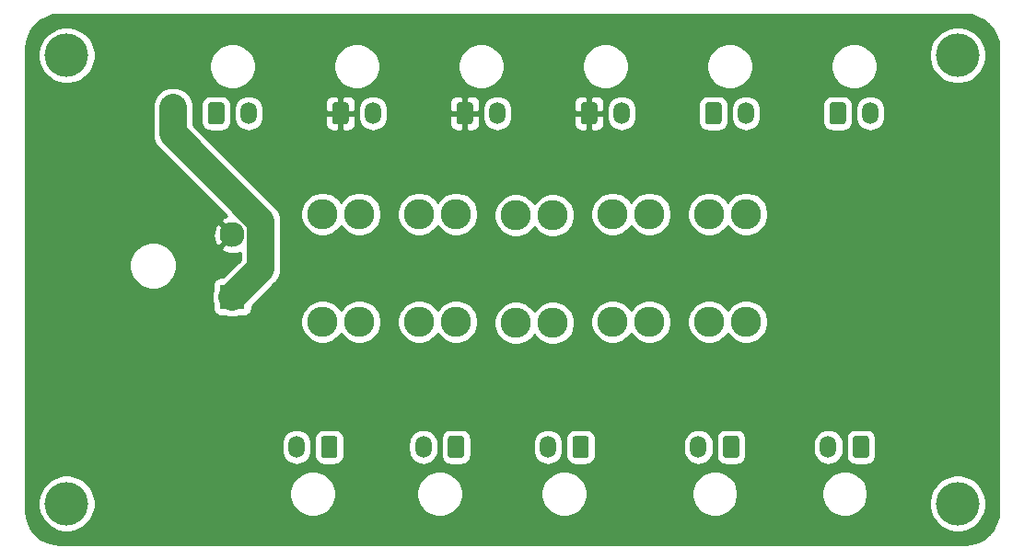
<source format=gbr>
%TF.GenerationSoftware,KiCad,Pcbnew,(5.1.9-0-10_14)*%
%TF.CreationDate,2022-05-15T18:46:11-07:00*%
%TF.ProjectId,PROTO_PCB_2022,50524f54-4f5f-4504-9342-5f323032322e,rev?*%
%TF.SameCoordinates,Original*%
%TF.FileFunction,Copper,L2,Bot*%
%TF.FilePolarity,Positive*%
%FSLAX46Y46*%
G04 Gerber Fmt 4.6, Leading zero omitted, Abs format (unit mm)*
G04 Created by KiCad (PCBNEW (5.1.9-0-10_14)) date 2022-05-15 18:46:11*
%MOMM*%
%LPD*%
G01*
G04 APERTURE LIST*
%TA.AperFunction,ComponentPad*%
%ADD10O,1.500000X2.020000*%
%TD*%
%TA.AperFunction,ComponentPad*%
%ADD11C,2.300000*%
%TD*%
%TA.AperFunction,ComponentPad*%
%ADD12R,2.300000X2.300000*%
%TD*%
%TA.AperFunction,ComponentPad*%
%ADD13C,2.780000*%
%TD*%
%TA.AperFunction,ComponentPad*%
%ADD14C,4.000000*%
%TD*%
%TA.AperFunction,ViaPad*%
%ADD15C,0.800000*%
%TD*%
%TA.AperFunction,ViaPad*%
%ADD16C,1.400000*%
%TD*%
%TA.AperFunction,Conductor*%
%ADD17C,2.500000*%
%TD*%
%TA.AperFunction,Conductor*%
%ADD18C,0.254000*%
%TD*%
%TA.AperFunction,Conductor*%
%ADD19C,0.100000*%
%TD*%
G04 APERTURE END LIST*
D10*
%TO.P,J10,2*%
%TO.N,Net-(F5-Pad1)*%
X74271000Y-109476000D03*
%TO.P,J10,1*%
%TO.N,GND*%
%TA.AperFunction,ComponentPad*%
G36*
G01*
X70521000Y-110236000D02*
X70521000Y-108716000D01*
G75*
G02*
X70771000Y-108466000I250000J0D01*
G01*
X71771000Y-108466000D01*
G75*
G02*
X72021000Y-108716000I0J-250000D01*
G01*
X72021000Y-110236000D01*
G75*
G02*
X71771000Y-110486000I-250000J0D01*
G01*
X70771000Y-110486000D01*
G75*
G02*
X70521000Y-110236000I0J250000D01*
G01*
G37*
%TD.AperFunction*%
%TD*%
D11*
%TO.P,J1,2*%
%TO.N,GND*%
X61341000Y-120665000D03*
D12*
%TO.P,J1,1*%
%TO.N,+12V*%
X61341000Y-126365000D03*
%TD*%
D13*
%TO.P,F5,2*%
%TO.N,+12V*%
X78515000Y-128665000D03*
X81915000Y-128665000D03*
%TO.P,F5,1*%
%TO.N,Net-(F5-Pad1)*%
X78515000Y-118745000D03*
X81915000Y-118745000D03*
%TD*%
%TO.P,F3,2*%
%TO.N,+12V*%
X96295000Y-128665000D03*
X99695000Y-128665000D03*
%TO.P,F3,1*%
%TO.N,Net-(F3-Pad1)*%
X96295000Y-118745000D03*
X99695000Y-118745000D03*
%TD*%
D10*
%TO.P,J12,2*%
%TO.N,Net-(J11-Pad1)*%
X119991000Y-109476000D03*
%TO.P,J12,1*%
%TO.N,Net-(J12-Pad1)*%
%TA.AperFunction,ComponentPad*%
G36*
G01*
X116241000Y-110236000D02*
X116241000Y-108716000D01*
G75*
G02*
X116491000Y-108466000I250000J0D01*
G01*
X117491000Y-108466000D01*
G75*
G02*
X117741000Y-108716000I0J-250000D01*
G01*
X117741000Y-110236000D01*
G75*
G02*
X117491000Y-110486000I-250000J0D01*
G01*
X116491000Y-110486000D01*
G75*
G02*
X116241000Y-110236000I0J250000D01*
G01*
G37*
%TD.AperFunction*%
%TD*%
%TO.P,J11,2*%
%TO.N,Net-(J11-Pad2)*%
X116126000Y-140208000D03*
%TO.P,J11,1*%
%TO.N,Net-(J11-Pad1)*%
%TA.AperFunction,ComponentPad*%
G36*
G01*
X119876000Y-139448000D02*
X119876000Y-140968000D01*
G75*
G02*
X119626000Y-141218000I-250000J0D01*
G01*
X118626000Y-141218000D01*
G75*
G02*
X118376000Y-140968000I0J250000D01*
G01*
X118376000Y-139448000D01*
G75*
G02*
X118626000Y-139198000I250000J0D01*
G01*
X119626000Y-139198000D01*
G75*
G02*
X119876000Y-139448000I0J-250000D01*
G01*
G37*
%TD.AperFunction*%
%TD*%
%TO.P,J8,2*%
%TO.N,Net-(F3-Pad1)*%
X97131000Y-109476000D03*
%TO.P,J8,1*%
%TO.N,GND*%
%TA.AperFunction,ComponentPad*%
G36*
G01*
X93381000Y-110236000D02*
X93381000Y-108716000D01*
G75*
G02*
X93631000Y-108466000I250000J0D01*
G01*
X94631000Y-108466000D01*
G75*
G02*
X94881000Y-108716000I0J-250000D01*
G01*
X94881000Y-110236000D01*
G75*
G02*
X94631000Y-110486000I-250000J0D01*
G01*
X93631000Y-110486000D01*
G75*
G02*
X93381000Y-110236000I0J250000D01*
G01*
G37*
%TD.AperFunction*%
%TD*%
%TO.P,J9,2*%
%TO.N,Net-(F4-Pad1)*%
X108561000Y-109476000D03*
%TO.P,J9,1*%
%TO.N,Net-(J9-Pad1)*%
%TA.AperFunction,ComponentPad*%
G36*
G01*
X104811000Y-110236000D02*
X104811000Y-108716000D01*
G75*
G02*
X105061000Y-108466000I250000J0D01*
G01*
X106061000Y-108466000D01*
G75*
G02*
X106311000Y-108716000I0J-250000D01*
G01*
X106311000Y-110236000D01*
G75*
G02*
X106061000Y-110486000I-250000J0D01*
G01*
X105061000Y-110486000D01*
G75*
G02*
X104811000Y-110236000I0J250000D01*
G01*
G37*
%TD.AperFunction*%
%TD*%
%TO.P,J6,2*%
%TO.N,Net-(F2-Pad1)*%
X85701000Y-109476000D03*
%TO.P,J6,1*%
%TO.N,GND*%
%TA.AperFunction,ComponentPad*%
G36*
G01*
X81951000Y-110236000D02*
X81951000Y-108716000D01*
G75*
G02*
X82201000Y-108466000I250000J0D01*
G01*
X83201000Y-108466000D01*
G75*
G02*
X83451000Y-108716000I0J-250000D01*
G01*
X83451000Y-110236000D01*
G75*
G02*
X83201000Y-110486000I-250000J0D01*
G01*
X82201000Y-110486000D01*
G75*
G02*
X81951000Y-110236000I0J250000D01*
G01*
G37*
%TD.AperFunction*%
%TD*%
%TO.P,J7,2*%
%TO.N,Net-(J7-Pad2)*%
X104188000Y-140208000D03*
%TO.P,J7,1*%
%TO.N,+12V*%
%TA.AperFunction,ComponentPad*%
G36*
G01*
X107938000Y-139448000D02*
X107938000Y-140968000D01*
G75*
G02*
X107688000Y-141218000I-250000J0D01*
G01*
X106688000Y-141218000D01*
G75*
G02*
X106438000Y-140968000I0J250000D01*
G01*
X106438000Y-139448000D01*
G75*
G02*
X106688000Y-139198000I250000J0D01*
G01*
X107688000Y-139198000D01*
G75*
G02*
X107938000Y-139448000I0J-250000D01*
G01*
G37*
%TD.AperFunction*%
%TD*%
%TO.P,J5,2*%
%TO.N,Net-(F1-Pad1)*%
X62841000Y-109476000D03*
%TO.P,J5,1*%
%TO.N,Net-(J5-Pad1)*%
%TA.AperFunction,ComponentPad*%
G36*
G01*
X59091000Y-110236000D02*
X59091000Y-108716000D01*
G75*
G02*
X59341000Y-108466000I250000J0D01*
G01*
X60341000Y-108466000D01*
G75*
G02*
X60591000Y-108716000I0J-250000D01*
G01*
X60591000Y-110236000D01*
G75*
G02*
X60341000Y-110486000I-250000J0D01*
G01*
X59341000Y-110486000D01*
G75*
G02*
X59091000Y-110236000I0J250000D01*
G01*
G37*
%TD.AperFunction*%
%TD*%
%TO.P,J4,2*%
%TO.N,Net-(J4-Pad2)*%
X67231000Y-140208000D03*
%TO.P,J4,1*%
%TO.N,Net-(J3-Pad2)*%
%TA.AperFunction,ComponentPad*%
G36*
G01*
X70981000Y-139448000D02*
X70981000Y-140968000D01*
G75*
G02*
X70731000Y-141218000I-250000J0D01*
G01*
X69731000Y-141218000D01*
G75*
G02*
X69481000Y-140968000I0J250000D01*
G01*
X69481000Y-139448000D01*
G75*
G02*
X69731000Y-139198000I250000J0D01*
G01*
X70731000Y-139198000D01*
G75*
G02*
X70981000Y-139448000I0J-250000D01*
G01*
G37*
%TD.AperFunction*%
%TD*%
%TO.P,J3,2*%
%TO.N,Net-(J3-Pad2)*%
X78891000Y-140208000D03*
%TO.P,J3,1*%
%TO.N,Net-(J2-Pad2)*%
%TA.AperFunction,ComponentPad*%
G36*
G01*
X82641000Y-139448000D02*
X82641000Y-140968000D01*
G75*
G02*
X82391000Y-141218000I-250000J0D01*
G01*
X81391000Y-141218000D01*
G75*
G02*
X81141000Y-140968000I0J250000D01*
G01*
X81141000Y-139448000D01*
G75*
G02*
X81391000Y-139198000I250000J0D01*
G01*
X82391000Y-139198000D01*
G75*
G02*
X82641000Y-139448000I0J-250000D01*
G01*
G37*
%TD.AperFunction*%
%TD*%
%TO.P,J2,2*%
%TO.N,Net-(J2-Pad2)*%
X90345000Y-140208000D03*
%TO.P,J2,1*%
%TO.N,+12V*%
%TA.AperFunction,ComponentPad*%
G36*
G01*
X94095000Y-139448000D02*
X94095000Y-140968000D01*
G75*
G02*
X93845000Y-141218000I-250000J0D01*
G01*
X92845000Y-141218000D01*
G75*
G02*
X92595000Y-140968000I0J250000D01*
G01*
X92595000Y-139448000D01*
G75*
G02*
X92845000Y-139198000I250000J0D01*
G01*
X93845000Y-139198000D01*
G75*
G02*
X94095000Y-139448000I0J-250000D01*
G01*
G37*
%TD.AperFunction*%
%TD*%
D14*
%TO.P,H4,1*%
%TO.N,N/C*%
X128016000Y-145415000D03*
%TD*%
%TO.P,H3,1*%
%TO.N,N/C*%
X128016000Y-104140000D03*
%TD*%
%TO.P,H2,1*%
%TO.N,N/C*%
X46101000Y-145415000D03*
%TD*%
%TO.P,H1,1*%
%TO.N,N/C*%
X46101000Y-104140000D03*
%TD*%
D13*
%TO.P,F4,2*%
%TO.N,+12V*%
X105185000Y-128665000D03*
X108585000Y-128665000D03*
%TO.P,F4,1*%
%TO.N,Net-(F4-Pad1)*%
X105185000Y-118745000D03*
X108585000Y-118745000D03*
%TD*%
%TO.P,F2,2*%
%TO.N,+12V*%
X87405000Y-128792000D03*
X90805000Y-128792000D03*
%TO.P,F2,1*%
%TO.N,Net-(F2-Pad1)*%
X87405000Y-118872000D03*
X90805000Y-118872000D03*
%TD*%
%TO.P,F1,2*%
%TO.N,+12V*%
X69625000Y-128665000D03*
X73025000Y-128665000D03*
%TO.P,F1,1*%
%TO.N,Net-(F1-Pad1)*%
X69625000Y-118745000D03*
X73025000Y-118745000D03*
%TD*%
D15*
%TO.N,GND*%
X54991000Y-130175000D03*
X54991000Y-128270000D03*
X55633500Y-126372500D03*
X121412000Y-127381000D03*
X121412000Y-128651000D03*
X121404500Y-126118500D03*
X59443500Y-122562500D03*
X58173500Y-123832500D03*
X56903500Y-125102500D03*
D16*
X57404000Y-104140000D03*
%TO.N,+12V*%
X55880000Y-108966000D03*
%TD*%
D17*
%TO.N,+12V*%
X55880000Y-111355998D02*
X63941001Y-119416999D01*
X63941001Y-119416999D02*
X63941001Y-123764999D01*
X55880000Y-108966000D02*
X55880000Y-111355998D01*
X63941001Y-123764999D02*
X61341000Y-126365000D01*
%TD*%
D18*
%TO.N,GND*%
X129257344Y-100442738D02*
X129840595Y-100618832D01*
X130378529Y-100904856D01*
X130850667Y-101289922D01*
X131239019Y-101759359D01*
X131528794Y-102295286D01*
X131708955Y-102877291D01*
X131776000Y-103515189D01*
X131776001Y-146016485D01*
X131713262Y-146656343D01*
X131537168Y-147239595D01*
X131251143Y-147777531D01*
X130866078Y-148249667D01*
X130396641Y-148638019D01*
X129860714Y-148927794D01*
X129278705Y-149107956D01*
X128640811Y-149175000D01*
X45499505Y-149175000D01*
X44859657Y-149112262D01*
X44276405Y-148936168D01*
X43738469Y-148650143D01*
X43266333Y-148265078D01*
X42877981Y-147795641D01*
X42588206Y-147259714D01*
X42408044Y-146677705D01*
X42341000Y-146039811D01*
X42341000Y-145155475D01*
X43466000Y-145155475D01*
X43466000Y-145674525D01*
X43567261Y-146183601D01*
X43765893Y-146663141D01*
X44054262Y-147094715D01*
X44421285Y-147461738D01*
X44852859Y-147750107D01*
X45332399Y-147948739D01*
X45841475Y-148050000D01*
X46360525Y-148050000D01*
X46869601Y-147948739D01*
X47349141Y-147750107D01*
X47780715Y-147461738D01*
X48147738Y-147094715D01*
X48436107Y-146663141D01*
X48634739Y-146183601D01*
X48736000Y-145674525D01*
X48736000Y-145155475D01*
X48634739Y-144646399D01*
X48498597Y-144317721D01*
X66596000Y-144317721D01*
X66596000Y-144738279D01*
X66678047Y-145150756D01*
X66838988Y-145539302D01*
X67072637Y-145888983D01*
X67370017Y-146186363D01*
X67719698Y-146420012D01*
X68108244Y-146580953D01*
X68520721Y-146663000D01*
X68941279Y-146663000D01*
X69353756Y-146580953D01*
X69742302Y-146420012D01*
X70091983Y-146186363D01*
X70389363Y-145888983D01*
X70623012Y-145539302D01*
X70783953Y-145150756D01*
X70866000Y-144738279D01*
X70866000Y-144317721D01*
X78256000Y-144317721D01*
X78256000Y-144738279D01*
X78338047Y-145150756D01*
X78498988Y-145539302D01*
X78732637Y-145888983D01*
X79030017Y-146186363D01*
X79379698Y-146420012D01*
X79768244Y-146580953D01*
X80180721Y-146663000D01*
X80601279Y-146663000D01*
X81013756Y-146580953D01*
X81402302Y-146420012D01*
X81751983Y-146186363D01*
X82049363Y-145888983D01*
X82283012Y-145539302D01*
X82443953Y-145150756D01*
X82526000Y-144738279D01*
X82526000Y-144317721D01*
X89710000Y-144317721D01*
X89710000Y-144738279D01*
X89792047Y-145150756D01*
X89952988Y-145539302D01*
X90186637Y-145888983D01*
X90484017Y-146186363D01*
X90833698Y-146420012D01*
X91222244Y-146580953D01*
X91634721Y-146663000D01*
X92055279Y-146663000D01*
X92467756Y-146580953D01*
X92856302Y-146420012D01*
X93205983Y-146186363D01*
X93503363Y-145888983D01*
X93737012Y-145539302D01*
X93897953Y-145150756D01*
X93980000Y-144738279D01*
X93980000Y-144317721D01*
X103553000Y-144317721D01*
X103553000Y-144738279D01*
X103635047Y-145150756D01*
X103795988Y-145539302D01*
X104029637Y-145888983D01*
X104327017Y-146186363D01*
X104676698Y-146420012D01*
X105065244Y-146580953D01*
X105477721Y-146663000D01*
X105898279Y-146663000D01*
X106310756Y-146580953D01*
X106699302Y-146420012D01*
X107048983Y-146186363D01*
X107346363Y-145888983D01*
X107580012Y-145539302D01*
X107740953Y-145150756D01*
X107823000Y-144738279D01*
X107823000Y-144317721D01*
X115491000Y-144317721D01*
X115491000Y-144738279D01*
X115573047Y-145150756D01*
X115733988Y-145539302D01*
X115967637Y-145888983D01*
X116265017Y-146186363D01*
X116614698Y-146420012D01*
X117003244Y-146580953D01*
X117415721Y-146663000D01*
X117836279Y-146663000D01*
X118248756Y-146580953D01*
X118637302Y-146420012D01*
X118986983Y-146186363D01*
X119284363Y-145888983D01*
X119518012Y-145539302D01*
X119676998Y-145155475D01*
X125381000Y-145155475D01*
X125381000Y-145674525D01*
X125482261Y-146183601D01*
X125680893Y-146663141D01*
X125969262Y-147094715D01*
X126336285Y-147461738D01*
X126767859Y-147750107D01*
X127247399Y-147948739D01*
X127756475Y-148050000D01*
X128275525Y-148050000D01*
X128784601Y-147948739D01*
X129264141Y-147750107D01*
X129695715Y-147461738D01*
X130062738Y-147094715D01*
X130351107Y-146663141D01*
X130549739Y-146183601D01*
X130651000Y-145674525D01*
X130651000Y-145155475D01*
X130549739Y-144646399D01*
X130351107Y-144166859D01*
X130062738Y-143735285D01*
X129695715Y-143368262D01*
X129264141Y-143079893D01*
X128784601Y-142881261D01*
X128275525Y-142780000D01*
X127756475Y-142780000D01*
X127247399Y-142881261D01*
X126767859Y-143079893D01*
X126336285Y-143368262D01*
X125969262Y-143735285D01*
X125680893Y-144166859D01*
X125482261Y-144646399D01*
X125381000Y-145155475D01*
X119676998Y-145155475D01*
X119678953Y-145150756D01*
X119761000Y-144738279D01*
X119761000Y-144317721D01*
X119678953Y-143905244D01*
X119518012Y-143516698D01*
X119284363Y-143167017D01*
X118986983Y-142869637D01*
X118637302Y-142635988D01*
X118248756Y-142475047D01*
X117836279Y-142393000D01*
X117415721Y-142393000D01*
X117003244Y-142475047D01*
X116614698Y-142635988D01*
X116265017Y-142869637D01*
X115967637Y-143167017D01*
X115733988Y-143516698D01*
X115573047Y-143905244D01*
X115491000Y-144317721D01*
X107823000Y-144317721D01*
X107740953Y-143905244D01*
X107580012Y-143516698D01*
X107346363Y-143167017D01*
X107048983Y-142869637D01*
X106699302Y-142635988D01*
X106310756Y-142475047D01*
X105898279Y-142393000D01*
X105477721Y-142393000D01*
X105065244Y-142475047D01*
X104676698Y-142635988D01*
X104327017Y-142869637D01*
X104029637Y-143167017D01*
X103795988Y-143516698D01*
X103635047Y-143905244D01*
X103553000Y-144317721D01*
X93980000Y-144317721D01*
X93897953Y-143905244D01*
X93737012Y-143516698D01*
X93503363Y-143167017D01*
X93205983Y-142869637D01*
X92856302Y-142635988D01*
X92467756Y-142475047D01*
X92055279Y-142393000D01*
X91634721Y-142393000D01*
X91222244Y-142475047D01*
X90833698Y-142635988D01*
X90484017Y-142869637D01*
X90186637Y-143167017D01*
X89952988Y-143516698D01*
X89792047Y-143905244D01*
X89710000Y-144317721D01*
X82526000Y-144317721D01*
X82443953Y-143905244D01*
X82283012Y-143516698D01*
X82049363Y-143167017D01*
X81751983Y-142869637D01*
X81402302Y-142635988D01*
X81013756Y-142475047D01*
X80601279Y-142393000D01*
X80180721Y-142393000D01*
X79768244Y-142475047D01*
X79379698Y-142635988D01*
X79030017Y-142869637D01*
X78732637Y-143167017D01*
X78498988Y-143516698D01*
X78338047Y-143905244D01*
X78256000Y-144317721D01*
X70866000Y-144317721D01*
X70783953Y-143905244D01*
X70623012Y-143516698D01*
X70389363Y-143167017D01*
X70091983Y-142869637D01*
X69742302Y-142635988D01*
X69353756Y-142475047D01*
X68941279Y-142393000D01*
X68520721Y-142393000D01*
X68108244Y-142475047D01*
X67719698Y-142635988D01*
X67370017Y-142869637D01*
X67072637Y-143167017D01*
X66838988Y-143516698D01*
X66678047Y-143905244D01*
X66596000Y-144317721D01*
X48498597Y-144317721D01*
X48436107Y-144166859D01*
X48147738Y-143735285D01*
X47780715Y-143368262D01*
X47349141Y-143079893D01*
X46869601Y-142881261D01*
X46360525Y-142780000D01*
X45841475Y-142780000D01*
X45332399Y-142881261D01*
X44852859Y-143079893D01*
X44421285Y-143368262D01*
X44054262Y-143735285D01*
X43765893Y-144166859D01*
X43567261Y-144646399D01*
X43466000Y-145155475D01*
X42341000Y-145155475D01*
X42341000Y-139879963D01*
X65846000Y-139879963D01*
X65846000Y-140536036D01*
X65866040Y-140739506D01*
X65945236Y-141000580D01*
X66073843Y-141241187D01*
X66246919Y-141452080D01*
X66457812Y-141625157D01*
X66698419Y-141753764D01*
X66959493Y-141832960D01*
X67231000Y-141859701D01*
X67502506Y-141832960D01*
X67763580Y-141753764D01*
X68004187Y-141625157D01*
X68215080Y-141452081D01*
X68388157Y-141241188D01*
X68516764Y-141000581D01*
X68595960Y-140739507D01*
X68616000Y-140536037D01*
X68616000Y-139879964D01*
X68595960Y-139676494D01*
X68526648Y-139448000D01*
X68842928Y-139448000D01*
X68842928Y-140968000D01*
X68859992Y-141141254D01*
X68910528Y-141307850D01*
X68992595Y-141461386D01*
X69103038Y-141595962D01*
X69237614Y-141706405D01*
X69391150Y-141788472D01*
X69557746Y-141839008D01*
X69731000Y-141856072D01*
X70731000Y-141856072D01*
X70904254Y-141839008D01*
X71070850Y-141788472D01*
X71224386Y-141706405D01*
X71358962Y-141595962D01*
X71469405Y-141461386D01*
X71551472Y-141307850D01*
X71602008Y-141141254D01*
X71619072Y-140968000D01*
X71619072Y-139879963D01*
X77506000Y-139879963D01*
X77506000Y-140536036D01*
X77526040Y-140739506D01*
X77605236Y-141000580D01*
X77733843Y-141241187D01*
X77906919Y-141452080D01*
X78117812Y-141625157D01*
X78358419Y-141753764D01*
X78619493Y-141832960D01*
X78891000Y-141859701D01*
X79162506Y-141832960D01*
X79423580Y-141753764D01*
X79664187Y-141625157D01*
X79875080Y-141452081D01*
X80048157Y-141241188D01*
X80176764Y-141000581D01*
X80255960Y-140739507D01*
X80276000Y-140536037D01*
X80276000Y-139879964D01*
X80255960Y-139676494D01*
X80186648Y-139448000D01*
X80502928Y-139448000D01*
X80502928Y-140968000D01*
X80519992Y-141141254D01*
X80570528Y-141307850D01*
X80652595Y-141461386D01*
X80763038Y-141595962D01*
X80897614Y-141706405D01*
X81051150Y-141788472D01*
X81217746Y-141839008D01*
X81391000Y-141856072D01*
X82391000Y-141856072D01*
X82564254Y-141839008D01*
X82730850Y-141788472D01*
X82884386Y-141706405D01*
X83018962Y-141595962D01*
X83129405Y-141461386D01*
X83211472Y-141307850D01*
X83262008Y-141141254D01*
X83279072Y-140968000D01*
X83279072Y-139879963D01*
X88960000Y-139879963D01*
X88960000Y-140536036D01*
X88980040Y-140739506D01*
X89059236Y-141000580D01*
X89187843Y-141241187D01*
X89360919Y-141452080D01*
X89571812Y-141625157D01*
X89812419Y-141753764D01*
X90073493Y-141832960D01*
X90345000Y-141859701D01*
X90616506Y-141832960D01*
X90877580Y-141753764D01*
X91118187Y-141625157D01*
X91329080Y-141452081D01*
X91502157Y-141241188D01*
X91630764Y-141000581D01*
X91709960Y-140739507D01*
X91730000Y-140536037D01*
X91730000Y-139879964D01*
X91709960Y-139676494D01*
X91640648Y-139448000D01*
X91956928Y-139448000D01*
X91956928Y-140968000D01*
X91973992Y-141141254D01*
X92024528Y-141307850D01*
X92106595Y-141461386D01*
X92217038Y-141595962D01*
X92351614Y-141706405D01*
X92505150Y-141788472D01*
X92671746Y-141839008D01*
X92845000Y-141856072D01*
X93845000Y-141856072D01*
X94018254Y-141839008D01*
X94184850Y-141788472D01*
X94338386Y-141706405D01*
X94472962Y-141595962D01*
X94583405Y-141461386D01*
X94665472Y-141307850D01*
X94716008Y-141141254D01*
X94733072Y-140968000D01*
X94733072Y-139879963D01*
X102803000Y-139879963D01*
X102803000Y-140536036D01*
X102823040Y-140739506D01*
X102902236Y-141000580D01*
X103030843Y-141241187D01*
X103203919Y-141452080D01*
X103414812Y-141625157D01*
X103655419Y-141753764D01*
X103916493Y-141832960D01*
X104188000Y-141859701D01*
X104459506Y-141832960D01*
X104720580Y-141753764D01*
X104961187Y-141625157D01*
X105172080Y-141452081D01*
X105345157Y-141241188D01*
X105473764Y-141000581D01*
X105552960Y-140739507D01*
X105573000Y-140536037D01*
X105573000Y-139879964D01*
X105552960Y-139676494D01*
X105483648Y-139448000D01*
X105799928Y-139448000D01*
X105799928Y-140968000D01*
X105816992Y-141141254D01*
X105867528Y-141307850D01*
X105949595Y-141461386D01*
X106060038Y-141595962D01*
X106194614Y-141706405D01*
X106348150Y-141788472D01*
X106514746Y-141839008D01*
X106688000Y-141856072D01*
X107688000Y-141856072D01*
X107861254Y-141839008D01*
X108027850Y-141788472D01*
X108181386Y-141706405D01*
X108315962Y-141595962D01*
X108426405Y-141461386D01*
X108508472Y-141307850D01*
X108559008Y-141141254D01*
X108576072Y-140968000D01*
X108576072Y-139879963D01*
X114741000Y-139879963D01*
X114741000Y-140536036D01*
X114761040Y-140739506D01*
X114840236Y-141000580D01*
X114968843Y-141241187D01*
X115141919Y-141452080D01*
X115352812Y-141625157D01*
X115593419Y-141753764D01*
X115854493Y-141832960D01*
X116126000Y-141859701D01*
X116397506Y-141832960D01*
X116658580Y-141753764D01*
X116899187Y-141625157D01*
X117110080Y-141452081D01*
X117283157Y-141241188D01*
X117411764Y-141000581D01*
X117490960Y-140739507D01*
X117511000Y-140536037D01*
X117511000Y-139879964D01*
X117490960Y-139676494D01*
X117421648Y-139448000D01*
X117737928Y-139448000D01*
X117737928Y-140968000D01*
X117754992Y-141141254D01*
X117805528Y-141307850D01*
X117887595Y-141461386D01*
X117998038Y-141595962D01*
X118132614Y-141706405D01*
X118286150Y-141788472D01*
X118452746Y-141839008D01*
X118626000Y-141856072D01*
X119626000Y-141856072D01*
X119799254Y-141839008D01*
X119965850Y-141788472D01*
X120119386Y-141706405D01*
X120253962Y-141595962D01*
X120364405Y-141461386D01*
X120446472Y-141307850D01*
X120497008Y-141141254D01*
X120514072Y-140968000D01*
X120514072Y-139448000D01*
X120497008Y-139274746D01*
X120446472Y-139108150D01*
X120364405Y-138954614D01*
X120253962Y-138820038D01*
X120119386Y-138709595D01*
X119965850Y-138627528D01*
X119799254Y-138576992D01*
X119626000Y-138559928D01*
X118626000Y-138559928D01*
X118452746Y-138576992D01*
X118286150Y-138627528D01*
X118132614Y-138709595D01*
X117998038Y-138820038D01*
X117887595Y-138954614D01*
X117805528Y-139108150D01*
X117754992Y-139274746D01*
X117737928Y-139448000D01*
X117421648Y-139448000D01*
X117411764Y-139415419D01*
X117283157Y-139174812D01*
X117110081Y-138963919D01*
X116899188Y-138790843D01*
X116658581Y-138662236D01*
X116397507Y-138583040D01*
X116126000Y-138556299D01*
X115854494Y-138583040D01*
X115593420Y-138662236D01*
X115352813Y-138790843D01*
X115141920Y-138963919D01*
X114968843Y-139174812D01*
X114840236Y-139415419D01*
X114761040Y-139676493D01*
X114741000Y-139879963D01*
X108576072Y-139879963D01*
X108576072Y-139448000D01*
X108559008Y-139274746D01*
X108508472Y-139108150D01*
X108426405Y-138954614D01*
X108315962Y-138820038D01*
X108181386Y-138709595D01*
X108027850Y-138627528D01*
X107861254Y-138576992D01*
X107688000Y-138559928D01*
X106688000Y-138559928D01*
X106514746Y-138576992D01*
X106348150Y-138627528D01*
X106194614Y-138709595D01*
X106060038Y-138820038D01*
X105949595Y-138954614D01*
X105867528Y-139108150D01*
X105816992Y-139274746D01*
X105799928Y-139448000D01*
X105483648Y-139448000D01*
X105473764Y-139415419D01*
X105345157Y-139174812D01*
X105172081Y-138963919D01*
X104961188Y-138790843D01*
X104720581Y-138662236D01*
X104459507Y-138583040D01*
X104188000Y-138556299D01*
X103916494Y-138583040D01*
X103655420Y-138662236D01*
X103414813Y-138790843D01*
X103203920Y-138963919D01*
X103030843Y-139174812D01*
X102902236Y-139415419D01*
X102823040Y-139676493D01*
X102803000Y-139879963D01*
X94733072Y-139879963D01*
X94733072Y-139448000D01*
X94716008Y-139274746D01*
X94665472Y-139108150D01*
X94583405Y-138954614D01*
X94472962Y-138820038D01*
X94338386Y-138709595D01*
X94184850Y-138627528D01*
X94018254Y-138576992D01*
X93845000Y-138559928D01*
X92845000Y-138559928D01*
X92671746Y-138576992D01*
X92505150Y-138627528D01*
X92351614Y-138709595D01*
X92217038Y-138820038D01*
X92106595Y-138954614D01*
X92024528Y-139108150D01*
X91973992Y-139274746D01*
X91956928Y-139448000D01*
X91640648Y-139448000D01*
X91630764Y-139415419D01*
X91502157Y-139174812D01*
X91329081Y-138963919D01*
X91118188Y-138790843D01*
X90877581Y-138662236D01*
X90616507Y-138583040D01*
X90345000Y-138556299D01*
X90073494Y-138583040D01*
X89812420Y-138662236D01*
X89571813Y-138790843D01*
X89360920Y-138963919D01*
X89187843Y-139174812D01*
X89059236Y-139415419D01*
X88980040Y-139676493D01*
X88960000Y-139879963D01*
X83279072Y-139879963D01*
X83279072Y-139448000D01*
X83262008Y-139274746D01*
X83211472Y-139108150D01*
X83129405Y-138954614D01*
X83018962Y-138820038D01*
X82884386Y-138709595D01*
X82730850Y-138627528D01*
X82564254Y-138576992D01*
X82391000Y-138559928D01*
X81391000Y-138559928D01*
X81217746Y-138576992D01*
X81051150Y-138627528D01*
X80897614Y-138709595D01*
X80763038Y-138820038D01*
X80652595Y-138954614D01*
X80570528Y-139108150D01*
X80519992Y-139274746D01*
X80502928Y-139448000D01*
X80186648Y-139448000D01*
X80176764Y-139415419D01*
X80048157Y-139174812D01*
X79875081Y-138963919D01*
X79664188Y-138790843D01*
X79423581Y-138662236D01*
X79162507Y-138583040D01*
X78891000Y-138556299D01*
X78619494Y-138583040D01*
X78358420Y-138662236D01*
X78117813Y-138790843D01*
X77906920Y-138963919D01*
X77733843Y-139174812D01*
X77605236Y-139415419D01*
X77526040Y-139676493D01*
X77506000Y-139879963D01*
X71619072Y-139879963D01*
X71619072Y-139448000D01*
X71602008Y-139274746D01*
X71551472Y-139108150D01*
X71469405Y-138954614D01*
X71358962Y-138820038D01*
X71224386Y-138709595D01*
X71070850Y-138627528D01*
X70904254Y-138576992D01*
X70731000Y-138559928D01*
X69731000Y-138559928D01*
X69557746Y-138576992D01*
X69391150Y-138627528D01*
X69237614Y-138709595D01*
X69103038Y-138820038D01*
X68992595Y-138954614D01*
X68910528Y-139108150D01*
X68859992Y-139274746D01*
X68842928Y-139448000D01*
X68526648Y-139448000D01*
X68516764Y-139415419D01*
X68388157Y-139174812D01*
X68215081Y-138963919D01*
X68004188Y-138790843D01*
X67763581Y-138662236D01*
X67502507Y-138583040D01*
X67231000Y-138556299D01*
X66959494Y-138583040D01*
X66698420Y-138662236D01*
X66457813Y-138790843D01*
X66246920Y-138963919D01*
X66073843Y-139174812D01*
X65945236Y-139415419D01*
X65866040Y-139676493D01*
X65846000Y-139879963D01*
X42341000Y-139879963D01*
X42341000Y-128465555D01*
X67600000Y-128465555D01*
X67600000Y-128864445D01*
X67677820Y-129255671D01*
X67830468Y-129624197D01*
X68052080Y-129955862D01*
X68334138Y-130237920D01*
X68665803Y-130459532D01*
X69034329Y-130612180D01*
X69425555Y-130690000D01*
X69824445Y-130690000D01*
X70215671Y-130612180D01*
X70584197Y-130459532D01*
X70915862Y-130237920D01*
X71197920Y-129955862D01*
X71325000Y-129765674D01*
X71452080Y-129955862D01*
X71734138Y-130237920D01*
X72065803Y-130459532D01*
X72434329Y-130612180D01*
X72825555Y-130690000D01*
X73224445Y-130690000D01*
X73615671Y-130612180D01*
X73984197Y-130459532D01*
X74315862Y-130237920D01*
X74597920Y-129955862D01*
X74819532Y-129624197D01*
X74972180Y-129255671D01*
X75050000Y-128864445D01*
X75050000Y-128465555D01*
X76490000Y-128465555D01*
X76490000Y-128864445D01*
X76567820Y-129255671D01*
X76720468Y-129624197D01*
X76942080Y-129955862D01*
X77224138Y-130237920D01*
X77555803Y-130459532D01*
X77924329Y-130612180D01*
X78315555Y-130690000D01*
X78714445Y-130690000D01*
X79105671Y-130612180D01*
X79474197Y-130459532D01*
X79805862Y-130237920D01*
X80087920Y-129955862D01*
X80215000Y-129765674D01*
X80342080Y-129955862D01*
X80624138Y-130237920D01*
X80955803Y-130459532D01*
X81324329Y-130612180D01*
X81715555Y-130690000D01*
X82114445Y-130690000D01*
X82505671Y-130612180D01*
X82874197Y-130459532D01*
X83205862Y-130237920D01*
X83487920Y-129955862D01*
X83709532Y-129624197D01*
X83862180Y-129255671D01*
X83940000Y-128864445D01*
X83940000Y-128592555D01*
X85380000Y-128592555D01*
X85380000Y-128991445D01*
X85457820Y-129382671D01*
X85610468Y-129751197D01*
X85832080Y-130082862D01*
X86114138Y-130364920D01*
X86445803Y-130586532D01*
X86814329Y-130739180D01*
X87205555Y-130817000D01*
X87604445Y-130817000D01*
X87995671Y-130739180D01*
X88364197Y-130586532D01*
X88695862Y-130364920D01*
X88977920Y-130082862D01*
X89105000Y-129892674D01*
X89232080Y-130082862D01*
X89514138Y-130364920D01*
X89845803Y-130586532D01*
X90214329Y-130739180D01*
X90605555Y-130817000D01*
X91004445Y-130817000D01*
X91395671Y-130739180D01*
X91764197Y-130586532D01*
X92095862Y-130364920D01*
X92377920Y-130082862D01*
X92599532Y-129751197D01*
X92752180Y-129382671D01*
X92830000Y-128991445D01*
X92830000Y-128592555D01*
X92804739Y-128465555D01*
X94270000Y-128465555D01*
X94270000Y-128864445D01*
X94347820Y-129255671D01*
X94500468Y-129624197D01*
X94722080Y-129955862D01*
X95004138Y-130237920D01*
X95335803Y-130459532D01*
X95704329Y-130612180D01*
X96095555Y-130690000D01*
X96494445Y-130690000D01*
X96885671Y-130612180D01*
X97254197Y-130459532D01*
X97585862Y-130237920D01*
X97867920Y-129955862D01*
X97995000Y-129765674D01*
X98122080Y-129955862D01*
X98404138Y-130237920D01*
X98735803Y-130459532D01*
X99104329Y-130612180D01*
X99495555Y-130690000D01*
X99894445Y-130690000D01*
X100285671Y-130612180D01*
X100654197Y-130459532D01*
X100985862Y-130237920D01*
X101267920Y-129955862D01*
X101489532Y-129624197D01*
X101642180Y-129255671D01*
X101720000Y-128864445D01*
X101720000Y-128465555D01*
X103160000Y-128465555D01*
X103160000Y-128864445D01*
X103237820Y-129255671D01*
X103390468Y-129624197D01*
X103612080Y-129955862D01*
X103894138Y-130237920D01*
X104225803Y-130459532D01*
X104594329Y-130612180D01*
X104985555Y-130690000D01*
X105384445Y-130690000D01*
X105775671Y-130612180D01*
X106144197Y-130459532D01*
X106475862Y-130237920D01*
X106757920Y-129955862D01*
X106885000Y-129765674D01*
X107012080Y-129955862D01*
X107294138Y-130237920D01*
X107625803Y-130459532D01*
X107994329Y-130612180D01*
X108385555Y-130690000D01*
X108784445Y-130690000D01*
X109175671Y-130612180D01*
X109544197Y-130459532D01*
X109875862Y-130237920D01*
X110157920Y-129955862D01*
X110379532Y-129624197D01*
X110532180Y-129255671D01*
X110610000Y-128864445D01*
X110610000Y-128465555D01*
X110532180Y-128074329D01*
X110379532Y-127705803D01*
X110157920Y-127374138D01*
X109875862Y-127092080D01*
X109544197Y-126870468D01*
X109175671Y-126717820D01*
X108784445Y-126640000D01*
X108385555Y-126640000D01*
X107994329Y-126717820D01*
X107625803Y-126870468D01*
X107294138Y-127092080D01*
X107012080Y-127374138D01*
X106885000Y-127564326D01*
X106757920Y-127374138D01*
X106475862Y-127092080D01*
X106144197Y-126870468D01*
X105775671Y-126717820D01*
X105384445Y-126640000D01*
X104985555Y-126640000D01*
X104594329Y-126717820D01*
X104225803Y-126870468D01*
X103894138Y-127092080D01*
X103612080Y-127374138D01*
X103390468Y-127705803D01*
X103237820Y-128074329D01*
X103160000Y-128465555D01*
X101720000Y-128465555D01*
X101642180Y-128074329D01*
X101489532Y-127705803D01*
X101267920Y-127374138D01*
X100985862Y-127092080D01*
X100654197Y-126870468D01*
X100285671Y-126717820D01*
X99894445Y-126640000D01*
X99495555Y-126640000D01*
X99104329Y-126717820D01*
X98735803Y-126870468D01*
X98404138Y-127092080D01*
X98122080Y-127374138D01*
X97995000Y-127564326D01*
X97867920Y-127374138D01*
X97585862Y-127092080D01*
X97254197Y-126870468D01*
X96885671Y-126717820D01*
X96494445Y-126640000D01*
X96095555Y-126640000D01*
X95704329Y-126717820D01*
X95335803Y-126870468D01*
X95004138Y-127092080D01*
X94722080Y-127374138D01*
X94500468Y-127705803D01*
X94347820Y-128074329D01*
X94270000Y-128465555D01*
X92804739Y-128465555D01*
X92752180Y-128201329D01*
X92599532Y-127832803D01*
X92377920Y-127501138D01*
X92095862Y-127219080D01*
X91764197Y-126997468D01*
X91395671Y-126844820D01*
X91004445Y-126767000D01*
X90605555Y-126767000D01*
X90214329Y-126844820D01*
X89845803Y-126997468D01*
X89514138Y-127219080D01*
X89232080Y-127501138D01*
X89105000Y-127691326D01*
X88977920Y-127501138D01*
X88695862Y-127219080D01*
X88364197Y-126997468D01*
X87995671Y-126844820D01*
X87604445Y-126767000D01*
X87205555Y-126767000D01*
X86814329Y-126844820D01*
X86445803Y-126997468D01*
X86114138Y-127219080D01*
X85832080Y-127501138D01*
X85610468Y-127832803D01*
X85457820Y-128201329D01*
X85380000Y-128592555D01*
X83940000Y-128592555D01*
X83940000Y-128465555D01*
X83862180Y-128074329D01*
X83709532Y-127705803D01*
X83487920Y-127374138D01*
X83205862Y-127092080D01*
X82874197Y-126870468D01*
X82505671Y-126717820D01*
X82114445Y-126640000D01*
X81715555Y-126640000D01*
X81324329Y-126717820D01*
X80955803Y-126870468D01*
X80624138Y-127092080D01*
X80342080Y-127374138D01*
X80215000Y-127564326D01*
X80087920Y-127374138D01*
X79805862Y-127092080D01*
X79474197Y-126870468D01*
X79105671Y-126717820D01*
X78714445Y-126640000D01*
X78315555Y-126640000D01*
X77924329Y-126717820D01*
X77555803Y-126870468D01*
X77224138Y-127092080D01*
X76942080Y-127374138D01*
X76720468Y-127705803D01*
X76567820Y-128074329D01*
X76490000Y-128465555D01*
X75050000Y-128465555D01*
X74972180Y-128074329D01*
X74819532Y-127705803D01*
X74597920Y-127374138D01*
X74315862Y-127092080D01*
X73984197Y-126870468D01*
X73615671Y-126717820D01*
X73224445Y-126640000D01*
X72825555Y-126640000D01*
X72434329Y-126717820D01*
X72065803Y-126870468D01*
X71734138Y-127092080D01*
X71452080Y-127374138D01*
X71325000Y-127564326D01*
X71197920Y-127374138D01*
X70915862Y-127092080D01*
X70584197Y-126870468D01*
X70215671Y-126717820D01*
X69824445Y-126640000D01*
X69425555Y-126640000D01*
X69034329Y-126717820D01*
X68665803Y-126870468D01*
X68334138Y-127092080D01*
X68052080Y-127374138D01*
X67830468Y-127705803D01*
X67677820Y-128074329D01*
X67600000Y-128465555D01*
X42341000Y-128465555D01*
X42341000Y-123299796D01*
X51856000Y-123299796D01*
X51856000Y-123730204D01*
X51939969Y-124152341D01*
X52104678Y-124549985D01*
X52343800Y-124907856D01*
X52648144Y-125212200D01*
X53006015Y-125451322D01*
X53403659Y-125616031D01*
X53825796Y-125700000D01*
X54256204Y-125700000D01*
X54678341Y-125616031D01*
X55075985Y-125451322D01*
X55433856Y-125212200D01*
X55738200Y-124907856D01*
X55977322Y-124549985D01*
X56142031Y-124152341D01*
X56226000Y-123730204D01*
X56226000Y-123299796D01*
X56142031Y-122877659D01*
X55977322Y-122480015D01*
X55738200Y-122122144D01*
X55433856Y-121817800D01*
X55075985Y-121578678D01*
X54678341Y-121413969D01*
X54256204Y-121330000D01*
X53825796Y-121330000D01*
X53403659Y-121413969D01*
X53006015Y-121578678D01*
X52648144Y-121817800D01*
X52343800Y-122122144D01*
X52104678Y-122480015D01*
X51939969Y-122877659D01*
X51856000Y-123299796D01*
X42341000Y-123299796D01*
X42341000Y-120721661D01*
X59548259Y-120721661D01*
X59593760Y-121070319D01*
X59706406Y-121403400D01*
X59818910Y-121613882D01*
X60098651Y-121727744D01*
X61161395Y-120665000D01*
X60098651Y-119602256D01*
X59818910Y-119716118D01*
X59663039Y-120031296D01*
X59571651Y-120370826D01*
X59548259Y-120721661D01*
X42341000Y-120721661D01*
X42341000Y-111355998D01*
X53985881Y-111355998D01*
X54022275Y-111725522D01*
X54130062Y-112080846D01*
X54305098Y-112408315D01*
X54481628Y-112623418D01*
X54481631Y-112623421D01*
X54540656Y-112695343D01*
X54612577Y-112754367D01*
X60816332Y-118958123D01*
X60602600Y-119030406D01*
X60392118Y-119142910D01*
X60278256Y-119422651D01*
X61341000Y-120485395D01*
X61355143Y-120471253D01*
X61534748Y-120650858D01*
X61520605Y-120665000D01*
X61534748Y-120679143D01*
X61355143Y-120858748D01*
X61341000Y-120844605D01*
X60278256Y-121907349D01*
X60392118Y-122187090D01*
X60707296Y-122342961D01*
X61046826Y-122434349D01*
X61397661Y-122457741D01*
X61746319Y-122412240D01*
X62056002Y-122307507D01*
X62056002Y-122984205D01*
X60463280Y-124576928D01*
X60191000Y-124576928D01*
X60066518Y-124589188D01*
X59946820Y-124625498D01*
X59836506Y-124684463D01*
X59739815Y-124763815D01*
X59660463Y-124860506D01*
X59601498Y-124970820D01*
X59565188Y-125090518D01*
X59552928Y-125215000D01*
X59552928Y-125765862D01*
X59483275Y-125995476D01*
X59446881Y-126365000D01*
X59483275Y-126734524D01*
X59552928Y-126964138D01*
X59552928Y-127515000D01*
X59565188Y-127639482D01*
X59601498Y-127759180D01*
X59660463Y-127869494D01*
X59739815Y-127966185D01*
X59836506Y-128045537D01*
X59946820Y-128104502D01*
X60066518Y-128140812D01*
X60191000Y-128153072D01*
X60741862Y-128153072D01*
X60971476Y-128222725D01*
X61341000Y-128259119D01*
X61710524Y-128222725D01*
X61940138Y-128153072D01*
X62491000Y-128153072D01*
X62615482Y-128140812D01*
X62735180Y-128104502D01*
X62845494Y-128045537D01*
X62942185Y-127966185D01*
X63021537Y-127869494D01*
X63080502Y-127759180D01*
X63116812Y-127639482D01*
X63129072Y-127515000D01*
X63129072Y-127242720D01*
X65208424Y-125163369D01*
X65280346Y-125104344D01*
X65389927Y-124970820D01*
X65515904Y-124817316D01*
X65644394Y-124576928D01*
X65690940Y-124489847D01*
X65798726Y-124134523D01*
X65826001Y-123857596D01*
X65835121Y-123764999D01*
X65826001Y-123672402D01*
X65826001Y-119509588D01*
X65835120Y-119416999D01*
X65826001Y-119324410D01*
X65826001Y-119324402D01*
X65798726Y-119047475D01*
X65690940Y-118692151D01*
X65612583Y-118545555D01*
X67600000Y-118545555D01*
X67600000Y-118944445D01*
X67677820Y-119335671D01*
X67830468Y-119704197D01*
X68052080Y-120035862D01*
X68334138Y-120317920D01*
X68665803Y-120539532D01*
X69034329Y-120692180D01*
X69425555Y-120770000D01*
X69824445Y-120770000D01*
X70215671Y-120692180D01*
X70584197Y-120539532D01*
X70915862Y-120317920D01*
X71197920Y-120035862D01*
X71325000Y-119845674D01*
X71452080Y-120035862D01*
X71734138Y-120317920D01*
X72065803Y-120539532D01*
X72434329Y-120692180D01*
X72825555Y-120770000D01*
X73224445Y-120770000D01*
X73615671Y-120692180D01*
X73984197Y-120539532D01*
X74315862Y-120317920D01*
X74597920Y-120035862D01*
X74819532Y-119704197D01*
X74972180Y-119335671D01*
X75050000Y-118944445D01*
X75050000Y-118545555D01*
X76490000Y-118545555D01*
X76490000Y-118944445D01*
X76567820Y-119335671D01*
X76720468Y-119704197D01*
X76942080Y-120035862D01*
X77224138Y-120317920D01*
X77555803Y-120539532D01*
X77924329Y-120692180D01*
X78315555Y-120770000D01*
X78714445Y-120770000D01*
X79105671Y-120692180D01*
X79474197Y-120539532D01*
X79805862Y-120317920D01*
X80087920Y-120035862D01*
X80215000Y-119845674D01*
X80342080Y-120035862D01*
X80624138Y-120317920D01*
X80955803Y-120539532D01*
X81324329Y-120692180D01*
X81715555Y-120770000D01*
X82114445Y-120770000D01*
X82505671Y-120692180D01*
X82874197Y-120539532D01*
X83205862Y-120317920D01*
X83487920Y-120035862D01*
X83709532Y-119704197D01*
X83862180Y-119335671D01*
X83940000Y-118944445D01*
X83940000Y-118672555D01*
X85380000Y-118672555D01*
X85380000Y-119071445D01*
X85457820Y-119462671D01*
X85610468Y-119831197D01*
X85832080Y-120162862D01*
X86114138Y-120444920D01*
X86445803Y-120666532D01*
X86814329Y-120819180D01*
X87205555Y-120897000D01*
X87604445Y-120897000D01*
X87995671Y-120819180D01*
X88364197Y-120666532D01*
X88695862Y-120444920D01*
X88977920Y-120162862D01*
X89105000Y-119972674D01*
X89232080Y-120162862D01*
X89514138Y-120444920D01*
X89845803Y-120666532D01*
X90214329Y-120819180D01*
X90605555Y-120897000D01*
X91004445Y-120897000D01*
X91395671Y-120819180D01*
X91764197Y-120666532D01*
X92095862Y-120444920D01*
X92377920Y-120162862D01*
X92599532Y-119831197D01*
X92752180Y-119462671D01*
X92830000Y-119071445D01*
X92830000Y-118672555D01*
X92804739Y-118545555D01*
X94270000Y-118545555D01*
X94270000Y-118944445D01*
X94347820Y-119335671D01*
X94500468Y-119704197D01*
X94722080Y-120035862D01*
X95004138Y-120317920D01*
X95335803Y-120539532D01*
X95704329Y-120692180D01*
X96095555Y-120770000D01*
X96494445Y-120770000D01*
X96885671Y-120692180D01*
X97254197Y-120539532D01*
X97585862Y-120317920D01*
X97867920Y-120035862D01*
X97995000Y-119845674D01*
X98122080Y-120035862D01*
X98404138Y-120317920D01*
X98735803Y-120539532D01*
X99104329Y-120692180D01*
X99495555Y-120770000D01*
X99894445Y-120770000D01*
X100285671Y-120692180D01*
X100654197Y-120539532D01*
X100985862Y-120317920D01*
X101267920Y-120035862D01*
X101489532Y-119704197D01*
X101642180Y-119335671D01*
X101720000Y-118944445D01*
X101720000Y-118545555D01*
X103160000Y-118545555D01*
X103160000Y-118944445D01*
X103237820Y-119335671D01*
X103390468Y-119704197D01*
X103612080Y-120035862D01*
X103894138Y-120317920D01*
X104225803Y-120539532D01*
X104594329Y-120692180D01*
X104985555Y-120770000D01*
X105384445Y-120770000D01*
X105775671Y-120692180D01*
X106144197Y-120539532D01*
X106475862Y-120317920D01*
X106757920Y-120035862D01*
X106885000Y-119845674D01*
X107012080Y-120035862D01*
X107294138Y-120317920D01*
X107625803Y-120539532D01*
X107994329Y-120692180D01*
X108385555Y-120770000D01*
X108784445Y-120770000D01*
X109175671Y-120692180D01*
X109544197Y-120539532D01*
X109875862Y-120317920D01*
X110157920Y-120035862D01*
X110379532Y-119704197D01*
X110532180Y-119335671D01*
X110610000Y-118944445D01*
X110610000Y-118545555D01*
X110532180Y-118154329D01*
X110379532Y-117785803D01*
X110157920Y-117454138D01*
X109875862Y-117172080D01*
X109544197Y-116950468D01*
X109175671Y-116797820D01*
X108784445Y-116720000D01*
X108385555Y-116720000D01*
X107994329Y-116797820D01*
X107625803Y-116950468D01*
X107294138Y-117172080D01*
X107012080Y-117454138D01*
X106885000Y-117644326D01*
X106757920Y-117454138D01*
X106475862Y-117172080D01*
X106144197Y-116950468D01*
X105775671Y-116797820D01*
X105384445Y-116720000D01*
X104985555Y-116720000D01*
X104594329Y-116797820D01*
X104225803Y-116950468D01*
X103894138Y-117172080D01*
X103612080Y-117454138D01*
X103390468Y-117785803D01*
X103237820Y-118154329D01*
X103160000Y-118545555D01*
X101720000Y-118545555D01*
X101642180Y-118154329D01*
X101489532Y-117785803D01*
X101267920Y-117454138D01*
X100985862Y-117172080D01*
X100654197Y-116950468D01*
X100285671Y-116797820D01*
X99894445Y-116720000D01*
X99495555Y-116720000D01*
X99104329Y-116797820D01*
X98735803Y-116950468D01*
X98404138Y-117172080D01*
X98122080Y-117454138D01*
X97995000Y-117644326D01*
X97867920Y-117454138D01*
X97585862Y-117172080D01*
X97254197Y-116950468D01*
X96885671Y-116797820D01*
X96494445Y-116720000D01*
X96095555Y-116720000D01*
X95704329Y-116797820D01*
X95335803Y-116950468D01*
X95004138Y-117172080D01*
X94722080Y-117454138D01*
X94500468Y-117785803D01*
X94347820Y-118154329D01*
X94270000Y-118545555D01*
X92804739Y-118545555D01*
X92752180Y-118281329D01*
X92599532Y-117912803D01*
X92377920Y-117581138D01*
X92095862Y-117299080D01*
X91764197Y-117077468D01*
X91395671Y-116924820D01*
X91004445Y-116847000D01*
X90605555Y-116847000D01*
X90214329Y-116924820D01*
X89845803Y-117077468D01*
X89514138Y-117299080D01*
X89232080Y-117581138D01*
X89105000Y-117771326D01*
X88977920Y-117581138D01*
X88695862Y-117299080D01*
X88364197Y-117077468D01*
X87995671Y-116924820D01*
X87604445Y-116847000D01*
X87205555Y-116847000D01*
X86814329Y-116924820D01*
X86445803Y-117077468D01*
X86114138Y-117299080D01*
X85832080Y-117581138D01*
X85610468Y-117912803D01*
X85457820Y-118281329D01*
X85380000Y-118672555D01*
X83940000Y-118672555D01*
X83940000Y-118545555D01*
X83862180Y-118154329D01*
X83709532Y-117785803D01*
X83487920Y-117454138D01*
X83205862Y-117172080D01*
X82874197Y-116950468D01*
X82505671Y-116797820D01*
X82114445Y-116720000D01*
X81715555Y-116720000D01*
X81324329Y-116797820D01*
X80955803Y-116950468D01*
X80624138Y-117172080D01*
X80342080Y-117454138D01*
X80215000Y-117644326D01*
X80087920Y-117454138D01*
X79805862Y-117172080D01*
X79474197Y-116950468D01*
X79105671Y-116797820D01*
X78714445Y-116720000D01*
X78315555Y-116720000D01*
X77924329Y-116797820D01*
X77555803Y-116950468D01*
X77224138Y-117172080D01*
X76942080Y-117454138D01*
X76720468Y-117785803D01*
X76567820Y-118154329D01*
X76490000Y-118545555D01*
X75050000Y-118545555D01*
X74972180Y-118154329D01*
X74819532Y-117785803D01*
X74597920Y-117454138D01*
X74315862Y-117172080D01*
X73984197Y-116950468D01*
X73615671Y-116797820D01*
X73224445Y-116720000D01*
X72825555Y-116720000D01*
X72434329Y-116797820D01*
X72065803Y-116950468D01*
X71734138Y-117172080D01*
X71452080Y-117454138D01*
X71325000Y-117644326D01*
X71197920Y-117454138D01*
X70915862Y-117172080D01*
X70584197Y-116950468D01*
X70215671Y-116797820D01*
X69824445Y-116720000D01*
X69425555Y-116720000D01*
X69034329Y-116797820D01*
X68665803Y-116950468D01*
X68334138Y-117172080D01*
X68052080Y-117454138D01*
X67830468Y-117785803D01*
X67677820Y-118154329D01*
X67600000Y-118545555D01*
X65612583Y-118545555D01*
X65515904Y-118364682D01*
X65280346Y-118077654D01*
X65208424Y-118018629D01*
X57765000Y-110575206D01*
X57765000Y-108873403D01*
X57749498Y-108716000D01*
X58452928Y-108716000D01*
X58452928Y-110236000D01*
X58469992Y-110409254D01*
X58520528Y-110575850D01*
X58602595Y-110729386D01*
X58713038Y-110863962D01*
X58847614Y-110974405D01*
X59001150Y-111056472D01*
X59167746Y-111107008D01*
X59341000Y-111124072D01*
X60341000Y-111124072D01*
X60514254Y-111107008D01*
X60680850Y-111056472D01*
X60834386Y-110974405D01*
X60968962Y-110863962D01*
X61079405Y-110729386D01*
X61161472Y-110575850D01*
X61212008Y-110409254D01*
X61229072Y-110236000D01*
X61229072Y-109147964D01*
X61456000Y-109147964D01*
X61456000Y-109804037D01*
X61476040Y-110007507D01*
X61555236Y-110268581D01*
X61683843Y-110509188D01*
X61856920Y-110720081D01*
X62067813Y-110893157D01*
X62308420Y-111021764D01*
X62569494Y-111100960D01*
X62841000Y-111127701D01*
X63112507Y-111100960D01*
X63373581Y-111021764D01*
X63614188Y-110893157D01*
X63825081Y-110720081D01*
X63998157Y-110509188D01*
X64010551Y-110486000D01*
X69882928Y-110486000D01*
X69895188Y-110610482D01*
X69931498Y-110730180D01*
X69990463Y-110840494D01*
X70069815Y-110937185D01*
X70166506Y-111016537D01*
X70276820Y-111075502D01*
X70396518Y-111111812D01*
X70521000Y-111124072D01*
X70985250Y-111121000D01*
X71144000Y-110962250D01*
X71144000Y-109603000D01*
X71398000Y-109603000D01*
X71398000Y-110962250D01*
X71556750Y-111121000D01*
X72021000Y-111124072D01*
X72145482Y-111111812D01*
X72265180Y-111075502D01*
X72375494Y-111016537D01*
X72472185Y-110937185D01*
X72551537Y-110840494D01*
X72610502Y-110730180D01*
X72646812Y-110610482D01*
X72659072Y-110486000D01*
X72656000Y-109761750D01*
X72497250Y-109603000D01*
X71398000Y-109603000D01*
X71144000Y-109603000D01*
X70044750Y-109603000D01*
X69886000Y-109761750D01*
X69882928Y-110486000D01*
X64010551Y-110486000D01*
X64126764Y-110268581D01*
X64205960Y-110007506D01*
X64226000Y-109804036D01*
X64226000Y-109147963D01*
X64205960Y-108944493D01*
X64126764Y-108683419D01*
X64010552Y-108466000D01*
X69882928Y-108466000D01*
X69886000Y-109190250D01*
X70044750Y-109349000D01*
X71144000Y-109349000D01*
X71144000Y-107989750D01*
X71398000Y-107989750D01*
X71398000Y-109349000D01*
X72497250Y-109349000D01*
X72656000Y-109190250D01*
X72656179Y-109147964D01*
X72886000Y-109147964D01*
X72886000Y-109804037D01*
X72906040Y-110007507D01*
X72985236Y-110268581D01*
X73113843Y-110509188D01*
X73286920Y-110720081D01*
X73497813Y-110893157D01*
X73738420Y-111021764D01*
X73999494Y-111100960D01*
X74271000Y-111127701D01*
X74542507Y-111100960D01*
X74803581Y-111021764D01*
X75044188Y-110893157D01*
X75255081Y-110720081D01*
X75428157Y-110509188D01*
X75440551Y-110486000D01*
X81312928Y-110486000D01*
X81325188Y-110610482D01*
X81361498Y-110730180D01*
X81420463Y-110840494D01*
X81499815Y-110937185D01*
X81596506Y-111016537D01*
X81706820Y-111075502D01*
X81826518Y-111111812D01*
X81951000Y-111124072D01*
X82415250Y-111121000D01*
X82574000Y-110962250D01*
X82574000Y-109603000D01*
X82828000Y-109603000D01*
X82828000Y-110962250D01*
X82986750Y-111121000D01*
X83451000Y-111124072D01*
X83575482Y-111111812D01*
X83695180Y-111075502D01*
X83805494Y-111016537D01*
X83902185Y-110937185D01*
X83981537Y-110840494D01*
X84040502Y-110730180D01*
X84076812Y-110610482D01*
X84089072Y-110486000D01*
X84086000Y-109761750D01*
X83927250Y-109603000D01*
X82828000Y-109603000D01*
X82574000Y-109603000D01*
X81474750Y-109603000D01*
X81316000Y-109761750D01*
X81312928Y-110486000D01*
X75440551Y-110486000D01*
X75556764Y-110268581D01*
X75635960Y-110007506D01*
X75656000Y-109804036D01*
X75656000Y-109147963D01*
X75635960Y-108944493D01*
X75556764Y-108683419D01*
X75440552Y-108466000D01*
X81312928Y-108466000D01*
X81316000Y-109190250D01*
X81474750Y-109349000D01*
X82574000Y-109349000D01*
X82574000Y-107989750D01*
X82828000Y-107989750D01*
X82828000Y-109349000D01*
X83927250Y-109349000D01*
X84086000Y-109190250D01*
X84086179Y-109147964D01*
X84316000Y-109147964D01*
X84316000Y-109804037D01*
X84336040Y-110007507D01*
X84415236Y-110268581D01*
X84543843Y-110509188D01*
X84716920Y-110720081D01*
X84927813Y-110893157D01*
X85168420Y-111021764D01*
X85429494Y-111100960D01*
X85701000Y-111127701D01*
X85972507Y-111100960D01*
X86233581Y-111021764D01*
X86474188Y-110893157D01*
X86685081Y-110720081D01*
X86858157Y-110509188D01*
X86870551Y-110486000D01*
X92742928Y-110486000D01*
X92755188Y-110610482D01*
X92791498Y-110730180D01*
X92850463Y-110840494D01*
X92929815Y-110937185D01*
X93026506Y-111016537D01*
X93136820Y-111075502D01*
X93256518Y-111111812D01*
X93381000Y-111124072D01*
X93845250Y-111121000D01*
X94004000Y-110962250D01*
X94004000Y-109603000D01*
X94258000Y-109603000D01*
X94258000Y-110962250D01*
X94416750Y-111121000D01*
X94881000Y-111124072D01*
X95005482Y-111111812D01*
X95125180Y-111075502D01*
X95235494Y-111016537D01*
X95332185Y-110937185D01*
X95411537Y-110840494D01*
X95470502Y-110730180D01*
X95506812Y-110610482D01*
X95519072Y-110486000D01*
X95516000Y-109761750D01*
X95357250Y-109603000D01*
X94258000Y-109603000D01*
X94004000Y-109603000D01*
X92904750Y-109603000D01*
X92746000Y-109761750D01*
X92742928Y-110486000D01*
X86870551Y-110486000D01*
X86986764Y-110268581D01*
X87065960Y-110007506D01*
X87086000Y-109804036D01*
X87086000Y-109147963D01*
X87065960Y-108944493D01*
X86986764Y-108683419D01*
X86870552Y-108466000D01*
X92742928Y-108466000D01*
X92746000Y-109190250D01*
X92904750Y-109349000D01*
X94004000Y-109349000D01*
X94004000Y-107989750D01*
X94258000Y-107989750D01*
X94258000Y-109349000D01*
X95357250Y-109349000D01*
X95516000Y-109190250D01*
X95516179Y-109147964D01*
X95746000Y-109147964D01*
X95746000Y-109804037D01*
X95766040Y-110007507D01*
X95845236Y-110268581D01*
X95973843Y-110509188D01*
X96146920Y-110720081D01*
X96357813Y-110893157D01*
X96598420Y-111021764D01*
X96859494Y-111100960D01*
X97131000Y-111127701D01*
X97402507Y-111100960D01*
X97663581Y-111021764D01*
X97904188Y-110893157D01*
X98115081Y-110720081D01*
X98288157Y-110509188D01*
X98416764Y-110268581D01*
X98495960Y-110007506D01*
X98516000Y-109804036D01*
X98516000Y-109147963D01*
X98495960Y-108944493D01*
X98426648Y-108716000D01*
X104172928Y-108716000D01*
X104172928Y-110236000D01*
X104189992Y-110409254D01*
X104240528Y-110575850D01*
X104322595Y-110729386D01*
X104433038Y-110863962D01*
X104567614Y-110974405D01*
X104721150Y-111056472D01*
X104887746Y-111107008D01*
X105061000Y-111124072D01*
X106061000Y-111124072D01*
X106234254Y-111107008D01*
X106400850Y-111056472D01*
X106554386Y-110974405D01*
X106688962Y-110863962D01*
X106799405Y-110729386D01*
X106881472Y-110575850D01*
X106932008Y-110409254D01*
X106949072Y-110236000D01*
X106949072Y-109147964D01*
X107176000Y-109147964D01*
X107176000Y-109804037D01*
X107196040Y-110007507D01*
X107275236Y-110268581D01*
X107403843Y-110509188D01*
X107576920Y-110720081D01*
X107787813Y-110893157D01*
X108028420Y-111021764D01*
X108289494Y-111100960D01*
X108561000Y-111127701D01*
X108832507Y-111100960D01*
X109093581Y-111021764D01*
X109334188Y-110893157D01*
X109545081Y-110720081D01*
X109718157Y-110509188D01*
X109846764Y-110268581D01*
X109925960Y-110007506D01*
X109946000Y-109804036D01*
X109946000Y-109147963D01*
X109925960Y-108944493D01*
X109856648Y-108716000D01*
X115602928Y-108716000D01*
X115602928Y-110236000D01*
X115619992Y-110409254D01*
X115670528Y-110575850D01*
X115752595Y-110729386D01*
X115863038Y-110863962D01*
X115997614Y-110974405D01*
X116151150Y-111056472D01*
X116317746Y-111107008D01*
X116491000Y-111124072D01*
X117491000Y-111124072D01*
X117664254Y-111107008D01*
X117830850Y-111056472D01*
X117984386Y-110974405D01*
X118118962Y-110863962D01*
X118229405Y-110729386D01*
X118311472Y-110575850D01*
X118362008Y-110409254D01*
X118379072Y-110236000D01*
X118379072Y-109147964D01*
X118606000Y-109147964D01*
X118606000Y-109804037D01*
X118626040Y-110007507D01*
X118705236Y-110268581D01*
X118833843Y-110509188D01*
X119006920Y-110720081D01*
X119217813Y-110893157D01*
X119458420Y-111021764D01*
X119719494Y-111100960D01*
X119991000Y-111127701D01*
X120262507Y-111100960D01*
X120523581Y-111021764D01*
X120764188Y-110893157D01*
X120975081Y-110720081D01*
X121148157Y-110509188D01*
X121276764Y-110268581D01*
X121355960Y-110007506D01*
X121376000Y-109804036D01*
X121376000Y-109147963D01*
X121355960Y-108944493D01*
X121276764Y-108683419D01*
X121148157Y-108442812D01*
X120975080Y-108231919D01*
X120764187Y-108058843D01*
X120523580Y-107930236D01*
X120262506Y-107851040D01*
X119991000Y-107824299D01*
X119719493Y-107851040D01*
X119458419Y-107930236D01*
X119217812Y-108058843D01*
X119006919Y-108231920D01*
X118833843Y-108442813D01*
X118705236Y-108683420D01*
X118626040Y-108944494D01*
X118606000Y-109147964D01*
X118379072Y-109147964D01*
X118379072Y-108716000D01*
X118362008Y-108542746D01*
X118311472Y-108376150D01*
X118229405Y-108222614D01*
X118118962Y-108088038D01*
X117984386Y-107977595D01*
X117830850Y-107895528D01*
X117664254Y-107844992D01*
X117491000Y-107827928D01*
X116491000Y-107827928D01*
X116317746Y-107844992D01*
X116151150Y-107895528D01*
X115997614Y-107977595D01*
X115863038Y-108088038D01*
X115752595Y-108222614D01*
X115670528Y-108376150D01*
X115619992Y-108542746D01*
X115602928Y-108716000D01*
X109856648Y-108716000D01*
X109846764Y-108683419D01*
X109718157Y-108442812D01*
X109545080Y-108231919D01*
X109334187Y-108058843D01*
X109093580Y-107930236D01*
X108832506Y-107851040D01*
X108561000Y-107824299D01*
X108289493Y-107851040D01*
X108028419Y-107930236D01*
X107787812Y-108058843D01*
X107576919Y-108231920D01*
X107403843Y-108442813D01*
X107275236Y-108683420D01*
X107196040Y-108944494D01*
X107176000Y-109147964D01*
X106949072Y-109147964D01*
X106949072Y-108716000D01*
X106932008Y-108542746D01*
X106881472Y-108376150D01*
X106799405Y-108222614D01*
X106688962Y-108088038D01*
X106554386Y-107977595D01*
X106400850Y-107895528D01*
X106234254Y-107844992D01*
X106061000Y-107827928D01*
X105061000Y-107827928D01*
X104887746Y-107844992D01*
X104721150Y-107895528D01*
X104567614Y-107977595D01*
X104433038Y-108088038D01*
X104322595Y-108222614D01*
X104240528Y-108376150D01*
X104189992Y-108542746D01*
X104172928Y-108716000D01*
X98426648Y-108716000D01*
X98416764Y-108683419D01*
X98288157Y-108442812D01*
X98115080Y-108231919D01*
X97904187Y-108058843D01*
X97663580Y-107930236D01*
X97402506Y-107851040D01*
X97131000Y-107824299D01*
X96859493Y-107851040D01*
X96598419Y-107930236D01*
X96357812Y-108058843D01*
X96146919Y-108231920D01*
X95973843Y-108442813D01*
X95845236Y-108683420D01*
X95766040Y-108944494D01*
X95746000Y-109147964D01*
X95516179Y-109147964D01*
X95519072Y-108466000D01*
X95506812Y-108341518D01*
X95470502Y-108221820D01*
X95411537Y-108111506D01*
X95332185Y-108014815D01*
X95235494Y-107935463D01*
X95125180Y-107876498D01*
X95005482Y-107840188D01*
X94881000Y-107827928D01*
X94416750Y-107831000D01*
X94258000Y-107989750D01*
X94004000Y-107989750D01*
X93845250Y-107831000D01*
X93381000Y-107827928D01*
X93256518Y-107840188D01*
X93136820Y-107876498D01*
X93026506Y-107935463D01*
X92929815Y-108014815D01*
X92850463Y-108111506D01*
X92791498Y-108221820D01*
X92755188Y-108341518D01*
X92742928Y-108466000D01*
X86870552Y-108466000D01*
X86858157Y-108442812D01*
X86685080Y-108231919D01*
X86474187Y-108058843D01*
X86233580Y-107930236D01*
X85972506Y-107851040D01*
X85701000Y-107824299D01*
X85429493Y-107851040D01*
X85168419Y-107930236D01*
X84927812Y-108058843D01*
X84716919Y-108231920D01*
X84543843Y-108442813D01*
X84415236Y-108683420D01*
X84336040Y-108944494D01*
X84316000Y-109147964D01*
X84086179Y-109147964D01*
X84089072Y-108466000D01*
X84076812Y-108341518D01*
X84040502Y-108221820D01*
X83981537Y-108111506D01*
X83902185Y-108014815D01*
X83805494Y-107935463D01*
X83695180Y-107876498D01*
X83575482Y-107840188D01*
X83451000Y-107827928D01*
X82986750Y-107831000D01*
X82828000Y-107989750D01*
X82574000Y-107989750D01*
X82415250Y-107831000D01*
X81951000Y-107827928D01*
X81826518Y-107840188D01*
X81706820Y-107876498D01*
X81596506Y-107935463D01*
X81499815Y-108014815D01*
X81420463Y-108111506D01*
X81361498Y-108221820D01*
X81325188Y-108341518D01*
X81312928Y-108466000D01*
X75440552Y-108466000D01*
X75428157Y-108442812D01*
X75255080Y-108231919D01*
X75044187Y-108058843D01*
X74803580Y-107930236D01*
X74542506Y-107851040D01*
X74271000Y-107824299D01*
X73999493Y-107851040D01*
X73738419Y-107930236D01*
X73497812Y-108058843D01*
X73286919Y-108231920D01*
X73113843Y-108442813D01*
X72985236Y-108683420D01*
X72906040Y-108944494D01*
X72886000Y-109147964D01*
X72656179Y-109147964D01*
X72659072Y-108466000D01*
X72646812Y-108341518D01*
X72610502Y-108221820D01*
X72551537Y-108111506D01*
X72472185Y-108014815D01*
X72375494Y-107935463D01*
X72265180Y-107876498D01*
X72145482Y-107840188D01*
X72021000Y-107827928D01*
X71556750Y-107831000D01*
X71398000Y-107989750D01*
X71144000Y-107989750D01*
X70985250Y-107831000D01*
X70521000Y-107827928D01*
X70396518Y-107840188D01*
X70276820Y-107876498D01*
X70166506Y-107935463D01*
X70069815Y-108014815D01*
X69990463Y-108111506D01*
X69931498Y-108221820D01*
X69895188Y-108341518D01*
X69882928Y-108466000D01*
X64010552Y-108466000D01*
X63998157Y-108442812D01*
X63825080Y-108231919D01*
X63614187Y-108058843D01*
X63373580Y-107930236D01*
X63112506Y-107851040D01*
X62841000Y-107824299D01*
X62569493Y-107851040D01*
X62308419Y-107930236D01*
X62067812Y-108058843D01*
X61856919Y-108231920D01*
X61683843Y-108442813D01*
X61555236Y-108683420D01*
X61476040Y-108944494D01*
X61456000Y-109147964D01*
X61229072Y-109147964D01*
X61229072Y-108716000D01*
X61212008Y-108542746D01*
X61161472Y-108376150D01*
X61079405Y-108222614D01*
X60968962Y-108088038D01*
X60834386Y-107977595D01*
X60680850Y-107895528D01*
X60514254Y-107844992D01*
X60341000Y-107827928D01*
X59341000Y-107827928D01*
X59167746Y-107844992D01*
X59001150Y-107895528D01*
X58847614Y-107977595D01*
X58713038Y-108088038D01*
X58602595Y-108222614D01*
X58520528Y-108376150D01*
X58469992Y-108542746D01*
X58452928Y-108716000D01*
X57749498Y-108716000D01*
X57737725Y-108596476D01*
X57629939Y-108241152D01*
X57454903Y-107913683D01*
X57219345Y-107626655D01*
X56932317Y-107391097D01*
X56604847Y-107216061D01*
X56249523Y-107108275D01*
X55880000Y-107071880D01*
X55510476Y-107108275D01*
X55155152Y-107216061D01*
X54827683Y-107391097D01*
X54540655Y-107626655D01*
X54305097Y-107913683D01*
X54130061Y-108241153D01*
X54022275Y-108596477D01*
X53995000Y-108873404D01*
X53995001Y-111263399D01*
X53985881Y-111355998D01*
X42341000Y-111355998D01*
X42341000Y-103880475D01*
X43466000Y-103880475D01*
X43466000Y-104399525D01*
X43567261Y-104908601D01*
X43765893Y-105388141D01*
X44054262Y-105819715D01*
X44421285Y-106186738D01*
X44852859Y-106475107D01*
X45332399Y-106673739D01*
X45841475Y-106775000D01*
X46360525Y-106775000D01*
X46869601Y-106673739D01*
X47349141Y-106475107D01*
X47780715Y-106186738D01*
X48147738Y-105819715D01*
X48436107Y-105388141D01*
X48619363Y-104945721D01*
X59206000Y-104945721D01*
X59206000Y-105366279D01*
X59288047Y-105778756D01*
X59448988Y-106167302D01*
X59682637Y-106516983D01*
X59980017Y-106814363D01*
X60329698Y-107048012D01*
X60718244Y-107208953D01*
X61130721Y-107291000D01*
X61551279Y-107291000D01*
X61963756Y-107208953D01*
X62352302Y-107048012D01*
X62701983Y-106814363D01*
X62999363Y-106516983D01*
X63233012Y-106167302D01*
X63393953Y-105778756D01*
X63476000Y-105366279D01*
X63476000Y-104945721D01*
X70636000Y-104945721D01*
X70636000Y-105366279D01*
X70718047Y-105778756D01*
X70878988Y-106167302D01*
X71112637Y-106516983D01*
X71410017Y-106814363D01*
X71759698Y-107048012D01*
X72148244Y-107208953D01*
X72560721Y-107291000D01*
X72981279Y-107291000D01*
X73393756Y-107208953D01*
X73782302Y-107048012D01*
X74131983Y-106814363D01*
X74429363Y-106516983D01*
X74663012Y-106167302D01*
X74823953Y-105778756D01*
X74906000Y-105366279D01*
X74906000Y-104945721D01*
X82066000Y-104945721D01*
X82066000Y-105366279D01*
X82148047Y-105778756D01*
X82308988Y-106167302D01*
X82542637Y-106516983D01*
X82840017Y-106814363D01*
X83189698Y-107048012D01*
X83578244Y-107208953D01*
X83990721Y-107291000D01*
X84411279Y-107291000D01*
X84823756Y-107208953D01*
X85212302Y-107048012D01*
X85561983Y-106814363D01*
X85859363Y-106516983D01*
X86093012Y-106167302D01*
X86253953Y-105778756D01*
X86336000Y-105366279D01*
X86336000Y-104945721D01*
X93496000Y-104945721D01*
X93496000Y-105366279D01*
X93578047Y-105778756D01*
X93738988Y-106167302D01*
X93972637Y-106516983D01*
X94270017Y-106814363D01*
X94619698Y-107048012D01*
X95008244Y-107208953D01*
X95420721Y-107291000D01*
X95841279Y-107291000D01*
X96253756Y-107208953D01*
X96642302Y-107048012D01*
X96991983Y-106814363D01*
X97289363Y-106516983D01*
X97523012Y-106167302D01*
X97683953Y-105778756D01*
X97766000Y-105366279D01*
X97766000Y-104945721D01*
X104926000Y-104945721D01*
X104926000Y-105366279D01*
X105008047Y-105778756D01*
X105168988Y-106167302D01*
X105402637Y-106516983D01*
X105700017Y-106814363D01*
X106049698Y-107048012D01*
X106438244Y-107208953D01*
X106850721Y-107291000D01*
X107271279Y-107291000D01*
X107683756Y-107208953D01*
X108072302Y-107048012D01*
X108421983Y-106814363D01*
X108719363Y-106516983D01*
X108953012Y-106167302D01*
X109113953Y-105778756D01*
X109196000Y-105366279D01*
X109196000Y-104945721D01*
X116356000Y-104945721D01*
X116356000Y-105366279D01*
X116438047Y-105778756D01*
X116598988Y-106167302D01*
X116832637Y-106516983D01*
X117130017Y-106814363D01*
X117479698Y-107048012D01*
X117868244Y-107208953D01*
X118280721Y-107291000D01*
X118701279Y-107291000D01*
X119113756Y-107208953D01*
X119502302Y-107048012D01*
X119851983Y-106814363D01*
X120149363Y-106516983D01*
X120383012Y-106167302D01*
X120543953Y-105778756D01*
X120626000Y-105366279D01*
X120626000Y-104945721D01*
X120543953Y-104533244D01*
X120383012Y-104144698D01*
X120206465Y-103880475D01*
X125381000Y-103880475D01*
X125381000Y-104399525D01*
X125482261Y-104908601D01*
X125680893Y-105388141D01*
X125969262Y-105819715D01*
X126336285Y-106186738D01*
X126767859Y-106475107D01*
X127247399Y-106673739D01*
X127756475Y-106775000D01*
X128275525Y-106775000D01*
X128784601Y-106673739D01*
X129264141Y-106475107D01*
X129695715Y-106186738D01*
X130062738Y-105819715D01*
X130351107Y-105388141D01*
X130549739Y-104908601D01*
X130651000Y-104399525D01*
X130651000Y-103880475D01*
X130549739Y-103371399D01*
X130351107Y-102891859D01*
X130062738Y-102460285D01*
X129695715Y-102093262D01*
X129264141Y-101804893D01*
X128784601Y-101606261D01*
X128275525Y-101505000D01*
X127756475Y-101505000D01*
X127247399Y-101606261D01*
X126767859Y-101804893D01*
X126336285Y-102093262D01*
X125969262Y-102460285D01*
X125680893Y-102891859D01*
X125482261Y-103371399D01*
X125381000Y-103880475D01*
X120206465Y-103880475D01*
X120149363Y-103795017D01*
X119851983Y-103497637D01*
X119502302Y-103263988D01*
X119113756Y-103103047D01*
X118701279Y-103021000D01*
X118280721Y-103021000D01*
X117868244Y-103103047D01*
X117479698Y-103263988D01*
X117130017Y-103497637D01*
X116832637Y-103795017D01*
X116598988Y-104144698D01*
X116438047Y-104533244D01*
X116356000Y-104945721D01*
X109196000Y-104945721D01*
X109113953Y-104533244D01*
X108953012Y-104144698D01*
X108719363Y-103795017D01*
X108421983Y-103497637D01*
X108072302Y-103263988D01*
X107683756Y-103103047D01*
X107271279Y-103021000D01*
X106850721Y-103021000D01*
X106438244Y-103103047D01*
X106049698Y-103263988D01*
X105700017Y-103497637D01*
X105402637Y-103795017D01*
X105168988Y-104144698D01*
X105008047Y-104533244D01*
X104926000Y-104945721D01*
X97766000Y-104945721D01*
X97683953Y-104533244D01*
X97523012Y-104144698D01*
X97289363Y-103795017D01*
X96991983Y-103497637D01*
X96642302Y-103263988D01*
X96253756Y-103103047D01*
X95841279Y-103021000D01*
X95420721Y-103021000D01*
X95008244Y-103103047D01*
X94619698Y-103263988D01*
X94270017Y-103497637D01*
X93972637Y-103795017D01*
X93738988Y-104144698D01*
X93578047Y-104533244D01*
X93496000Y-104945721D01*
X86336000Y-104945721D01*
X86253953Y-104533244D01*
X86093012Y-104144698D01*
X85859363Y-103795017D01*
X85561983Y-103497637D01*
X85212302Y-103263988D01*
X84823756Y-103103047D01*
X84411279Y-103021000D01*
X83990721Y-103021000D01*
X83578244Y-103103047D01*
X83189698Y-103263988D01*
X82840017Y-103497637D01*
X82542637Y-103795017D01*
X82308988Y-104144698D01*
X82148047Y-104533244D01*
X82066000Y-104945721D01*
X74906000Y-104945721D01*
X74823953Y-104533244D01*
X74663012Y-104144698D01*
X74429363Y-103795017D01*
X74131983Y-103497637D01*
X73782302Y-103263988D01*
X73393756Y-103103047D01*
X72981279Y-103021000D01*
X72560721Y-103021000D01*
X72148244Y-103103047D01*
X71759698Y-103263988D01*
X71410017Y-103497637D01*
X71112637Y-103795017D01*
X70878988Y-104144698D01*
X70718047Y-104533244D01*
X70636000Y-104945721D01*
X63476000Y-104945721D01*
X63393953Y-104533244D01*
X63233012Y-104144698D01*
X62999363Y-103795017D01*
X62701983Y-103497637D01*
X62352302Y-103263988D01*
X61963756Y-103103047D01*
X61551279Y-103021000D01*
X61130721Y-103021000D01*
X60718244Y-103103047D01*
X60329698Y-103263988D01*
X59980017Y-103497637D01*
X59682637Y-103795017D01*
X59448988Y-104144698D01*
X59288047Y-104533244D01*
X59206000Y-104945721D01*
X48619363Y-104945721D01*
X48634739Y-104908601D01*
X48736000Y-104399525D01*
X48736000Y-103880475D01*
X48634739Y-103371399D01*
X48436107Y-102891859D01*
X48147738Y-102460285D01*
X47780715Y-102093262D01*
X47349141Y-101804893D01*
X46869601Y-101606261D01*
X46360525Y-101505000D01*
X45841475Y-101505000D01*
X45332399Y-101606261D01*
X44852859Y-101804893D01*
X44421285Y-102093262D01*
X44054262Y-102460285D01*
X43765893Y-102891859D01*
X43567261Y-103371399D01*
X43466000Y-103880475D01*
X42341000Y-103880475D01*
X42341000Y-103538504D01*
X42403738Y-102898656D01*
X42579832Y-102315405D01*
X42865856Y-101777471D01*
X43250922Y-101305333D01*
X43720359Y-100916981D01*
X44256286Y-100627206D01*
X44838291Y-100447045D01*
X45476189Y-100380000D01*
X128617496Y-100380000D01*
X129257344Y-100442738D01*
%TA.AperFunction,Conductor*%
D19*
G36*
X129257344Y-100442738D02*
G01*
X129840595Y-100618832D01*
X130378529Y-100904856D01*
X130850667Y-101289922D01*
X131239019Y-101759359D01*
X131528794Y-102295286D01*
X131708955Y-102877291D01*
X131776000Y-103515189D01*
X131776001Y-146016485D01*
X131713262Y-146656343D01*
X131537168Y-147239595D01*
X131251143Y-147777531D01*
X130866078Y-148249667D01*
X130396641Y-148638019D01*
X129860714Y-148927794D01*
X129278705Y-149107956D01*
X128640811Y-149175000D01*
X45499505Y-149175000D01*
X44859657Y-149112262D01*
X44276405Y-148936168D01*
X43738469Y-148650143D01*
X43266333Y-148265078D01*
X42877981Y-147795641D01*
X42588206Y-147259714D01*
X42408044Y-146677705D01*
X42341000Y-146039811D01*
X42341000Y-145155475D01*
X43466000Y-145155475D01*
X43466000Y-145674525D01*
X43567261Y-146183601D01*
X43765893Y-146663141D01*
X44054262Y-147094715D01*
X44421285Y-147461738D01*
X44852859Y-147750107D01*
X45332399Y-147948739D01*
X45841475Y-148050000D01*
X46360525Y-148050000D01*
X46869601Y-147948739D01*
X47349141Y-147750107D01*
X47780715Y-147461738D01*
X48147738Y-147094715D01*
X48436107Y-146663141D01*
X48634739Y-146183601D01*
X48736000Y-145674525D01*
X48736000Y-145155475D01*
X48634739Y-144646399D01*
X48498597Y-144317721D01*
X66596000Y-144317721D01*
X66596000Y-144738279D01*
X66678047Y-145150756D01*
X66838988Y-145539302D01*
X67072637Y-145888983D01*
X67370017Y-146186363D01*
X67719698Y-146420012D01*
X68108244Y-146580953D01*
X68520721Y-146663000D01*
X68941279Y-146663000D01*
X69353756Y-146580953D01*
X69742302Y-146420012D01*
X70091983Y-146186363D01*
X70389363Y-145888983D01*
X70623012Y-145539302D01*
X70783953Y-145150756D01*
X70866000Y-144738279D01*
X70866000Y-144317721D01*
X78256000Y-144317721D01*
X78256000Y-144738279D01*
X78338047Y-145150756D01*
X78498988Y-145539302D01*
X78732637Y-145888983D01*
X79030017Y-146186363D01*
X79379698Y-146420012D01*
X79768244Y-146580953D01*
X80180721Y-146663000D01*
X80601279Y-146663000D01*
X81013756Y-146580953D01*
X81402302Y-146420012D01*
X81751983Y-146186363D01*
X82049363Y-145888983D01*
X82283012Y-145539302D01*
X82443953Y-145150756D01*
X82526000Y-144738279D01*
X82526000Y-144317721D01*
X89710000Y-144317721D01*
X89710000Y-144738279D01*
X89792047Y-145150756D01*
X89952988Y-145539302D01*
X90186637Y-145888983D01*
X90484017Y-146186363D01*
X90833698Y-146420012D01*
X91222244Y-146580953D01*
X91634721Y-146663000D01*
X92055279Y-146663000D01*
X92467756Y-146580953D01*
X92856302Y-146420012D01*
X93205983Y-146186363D01*
X93503363Y-145888983D01*
X93737012Y-145539302D01*
X93897953Y-145150756D01*
X93980000Y-144738279D01*
X93980000Y-144317721D01*
X103553000Y-144317721D01*
X103553000Y-144738279D01*
X103635047Y-145150756D01*
X103795988Y-145539302D01*
X104029637Y-145888983D01*
X104327017Y-146186363D01*
X104676698Y-146420012D01*
X105065244Y-146580953D01*
X105477721Y-146663000D01*
X105898279Y-146663000D01*
X106310756Y-146580953D01*
X106699302Y-146420012D01*
X107048983Y-146186363D01*
X107346363Y-145888983D01*
X107580012Y-145539302D01*
X107740953Y-145150756D01*
X107823000Y-144738279D01*
X107823000Y-144317721D01*
X115491000Y-144317721D01*
X115491000Y-144738279D01*
X115573047Y-145150756D01*
X115733988Y-145539302D01*
X115967637Y-145888983D01*
X116265017Y-146186363D01*
X116614698Y-146420012D01*
X117003244Y-146580953D01*
X117415721Y-146663000D01*
X117836279Y-146663000D01*
X118248756Y-146580953D01*
X118637302Y-146420012D01*
X118986983Y-146186363D01*
X119284363Y-145888983D01*
X119518012Y-145539302D01*
X119676998Y-145155475D01*
X125381000Y-145155475D01*
X125381000Y-145674525D01*
X125482261Y-146183601D01*
X125680893Y-146663141D01*
X125969262Y-147094715D01*
X126336285Y-147461738D01*
X126767859Y-147750107D01*
X127247399Y-147948739D01*
X127756475Y-148050000D01*
X128275525Y-148050000D01*
X128784601Y-147948739D01*
X129264141Y-147750107D01*
X129695715Y-147461738D01*
X130062738Y-147094715D01*
X130351107Y-146663141D01*
X130549739Y-146183601D01*
X130651000Y-145674525D01*
X130651000Y-145155475D01*
X130549739Y-144646399D01*
X130351107Y-144166859D01*
X130062738Y-143735285D01*
X129695715Y-143368262D01*
X129264141Y-143079893D01*
X128784601Y-142881261D01*
X128275525Y-142780000D01*
X127756475Y-142780000D01*
X127247399Y-142881261D01*
X126767859Y-143079893D01*
X126336285Y-143368262D01*
X125969262Y-143735285D01*
X125680893Y-144166859D01*
X125482261Y-144646399D01*
X125381000Y-145155475D01*
X119676998Y-145155475D01*
X119678953Y-145150756D01*
X119761000Y-144738279D01*
X119761000Y-144317721D01*
X119678953Y-143905244D01*
X119518012Y-143516698D01*
X119284363Y-143167017D01*
X118986983Y-142869637D01*
X118637302Y-142635988D01*
X118248756Y-142475047D01*
X117836279Y-142393000D01*
X117415721Y-142393000D01*
X117003244Y-142475047D01*
X116614698Y-142635988D01*
X116265017Y-142869637D01*
X115967637Y-143167017D01*
X115733988Y-143516698D01*
X115573047Y-143905244D01*
X115491000Y-144317721D01*
X107823000Y-144317721D01*
X107740953Y-143905244D01*
X107580012Y-143516698D01*
X107346363Y-143167017D01*
X107048983Y-142869637D01*
X106699302Y-142635988D01*
X106310756Y-142475047D01*
X105898279Y-142393000D01*
X105477721Y-142393000D01*
X105065244Y-142475047D01*
X104676698Y-142635988D01*
X104327017Y-142869637D01*
X104029637Y-143167017D01*
X103795988Y-143516698D01*
X103635047Y-143905244D01*
X103553000Y-144317721D01*
X93980000Y-144317721D01*
X93897953Y-143905244D01*
X93737012Y-143516698D01*
X93503363Y-143167017D01*
X93205983Y-142869637D01*
X92856302Y-142635988D01*
X92467756Y-142475047D01*
X92055279Y-142393000D01*
X91634721Y-142393000D01*
X91222244Y-142475047D01*
X90833698Y-142635988D01*
X90484017Y-142869637D01*
X90186637Y-143167017D01*
X89952988Y-143516698D01*
X89792047Y-143905244D01*
X89710000Y-144317721D01*
X82526000Y-144317721D01*
X82443953Y-143905244D01*
X82283012Y-143516698D01*
X82049363Y-143167017D01*
X81751983Y-142869637D01*
X81402302Y-142635988D01*
X81013756Y-142475047D01*
X80601279Y-142393000D01*
X80180721Y-142393000D01*
X79768244Y-142475047D01*
X79379698Y-142635988D01*
X79030017Y-142869637D01*
X78732637Y-143167017D01*
X78498988Y-143516698D01*
X78338047Y-143905244D01*
X78256000Y-144317721D01*
X70866000Y-144317721D01*
X70783953Y-143905244D01*
X70623012Y-143516698D01*
X70389363Y-143167017D01*
X70091983Y-142869637D01*
X69742302Y-142635988D01*
X69353756Y-142475047D01*
X68941279Y-142393000D01*
X68520721Y-142393000D01*
X68108244Y-142475047D01*
X67719698Y-142635988D01*
X67370017Y-142869637D01*
X67072637Y-143167017D01*
X66838988Y-143516698D01*
X66678047Y-143905244D01*
X66596000Y-144317721D01*
X48498597Y-144317721D01*
X48436107Y-144166859D01*
X48147738Y-143735285D01*
X47780715Y-143368262D01*
X47349141Y-143079893D01*
X46869601Y-142881261D01*
X46360525Y-142780000D01*
X45841475Y-142780000D01*
X45332399Y-142881261D01*
X44852859Y-143079893D01*
X44421285Y-143368262D01*
X44054262Y-143735285D01*
X43765893Y-144166859D01*
X43567261Y-144646399D01*
X43466000Y-145155475D01*
X42341000Y-145155475D01*
X42341000Y-139879963D01*
X65846000Y-139879963D01*
X65846000Y-140536036D01*
X65866040Y-140739506D01*
X65945236Y-141000580D01*
X66073843Y-141241187D01*
X66246919Y-141452080D01*
X66457812Y-141625157D01*
X66698419Y-141753764D01*
X66959493Y-141832960D01*
X67231000Y-141859701D01*
X67502506Y-141832960D01*
X67763580Y-141753764D01*
X68004187Y-141625157D01*
X68215080Y-141452081D01*
X68388157Y-141241188D01*
X68516764Y-141000581D01*
X68595960Y-140739507D01*
X68616000Y-140536037D01*
X68616000Y-139879964D01*
X68595960Y-139676494D01*
X68526648Y-139448000D01*
X68842928Y-139448000D01*
X68842928Y-140968000D01*
X68859992Y-141141254D01*
X68910528Y-141307850D01*
X68992595Y-141461386D01*
X69103038Y-141595962D01*
X69237614Y-141706405D01*
X69391150Y-141788472D01*
X69557746Y-141839008D01*
X69731000Y-141856072D01*
X70731000Y-141856072D01*
X70904254Y-141839008D01*
X71070850Y-141788472D01*
X71224386Y-141706405D01*
X71358962Y-141595962D01*
X71469405Y-141461386D01*
X71551472Y-141307850D01*
X71602008Y-141141254D01*
X71619072Y-140968000D01*
X71619072Y-139879963D01*
X77506000Y-139879963D01*
X77506000Y-140536036D01*
X77526040Y-140739506D01*
X77605236Y-141000580D01*
X77733843Y-141241187D01*
X77906919Y-141452080D01*
X78117812Y-141625157D01*
X78358419Y-141753764D01*
X78619493Y-141832960D01*
X78891000Y-141859701D01*
X79162506Y-141832960D01*
X79423580Y-141753764D01*
X79664187Y-141625157D01*
X79875080Y-141452081D01*
X80048157Y-141241188D01*
X80176764Y-141000581D01*
X80255960Y-140739507D01*
X80276000Y-140536037D01*
X80276000Y-139879964D01*
X80255960Y-139676494D01*
X80186648Y-139448000D01*
X80502928Y-139448000D01*
X80502928Y-140968000D01*
X80519992Y-141141254D01*
X80570528Y-141307850D01*
X80652595Y-141461386D01*
X80763038Y-141595962D01*
X80897614Y-141706405D01*
X81051150Y-141788472D01*
X81217746Y-141839008D01*
X81391000Y-141856072D01*
X82391000Y-141856072D01*
X82564254Y-141839008D01*
X82730850Y-141788472D01*
X82884386Y-141706405D01*
X83018962Y-141595962D01*
X83129405Y-141461386D01*
X83211472Y-141307850D01*
X83262008Y-141141254D01*
X83279072Y-140968000D01*
X83279072Y-139879963D01*
X88960000Y-139879963D01*
X88960000Y-140536036D01*
X88980040Y-140739506D01*
X89059236Y-141000580D01*
X89187843Y-141241187D01*
X89360919Y-141452080D01*
X89571812Y-141625157D01*
X89812419Y-141753764D01*
X90073493Y-141832960D01*
X90345000Y-141859701D01*
X90616506Y-141832960D01*
X90877580Y-141753764D01*
X91118187Y-141625157D01*
X91329080Y-141452081D01*
X91502157Y-141241188D01*
X91630764Y-141000581D01*
X91709960Y-140739507D01*
X91730000Y-140536037D01*
X91730000Y-139879964D01*
X91709960Y-139676494D01*
X91640648Y-139448000D01*
X91956928Y-139448000D01*
X91956928Y-140968000D01*
X91973992Y-141141254D01*
X92024528Y-141307850D01*
X92106595Y-141461386D01*
X92217038Y-141595962D01*
X92351614Y-141706405D01*
X92505150Y-141788472D01*
X92671746Y-141839008D01*
X92845000Y-141856072D01*
X93845000Y-141856072D01*
X94018254Y-141839008D01*
X94184850Y-141788472D01*
X94338386Y-141706405D01*
X94472962Y-141595962D01*
X94583405Y-141461386D01*
X94665472Y-141307850D01*
X94716008Y-141141254D01*
X94733072Y-140968000D01*
X94733072Y-139879963D01*
X102803000Y-139879963D01*
X102803000Y-140536036D01*
X102823040Y-140739506D01*
X102902236Y-141000580D01*
X103030843Y-141241187D01*
X103203919Y-141452080D01*
X103414812Y-141625157D01*
X103655419Y-141753764D01*
X103916493Y-141832960D01*
X104188000Y-141859701D01*
X104459506Y-141832960D01*
X104720580Y-141753764D01*
X104961187Y-141625157D01*
X105172080Y-141452081D01*
X105345157Y-141241188D01*
X105473764Y-141000581D01*
X105552960Y-140739507D01*
X105573000Y-140536037D01*
X105573000Y-139879964D01*
X105552960Y-139676494D01*
X105483648Y-139448000D01*
X105799928Y-139448000D01*
X105799928Y-140968000D01*
X105816992Y-141141254D01*
X105867528Y-141307850D01*
X105949595Y-141461386D01*
X106060038Y-141595962D01*
X106194614Y-141706405D01*
X106348150Y-141788472D01*
X106514746Y-141839008D01*
X106688000Y-141856072D01*
X107688000Y-141856072D01*
X107861254Y-141839008D01*
X108027850Y-141788472D01*
X108181386Y-141706405D01*
X108315962Y-141595962D01*
X108426405Y-141461386D01*
X108508472Y-141307850D01*
X108559008Y-141141254D01*
X108576072Y-140968000D01*
X108576072Y-139879963D01*
X114741000Y-139879963D01*
X114741000Y-140536036D01*
X114761040Y-140739506D01*
X114840236Y-141000580D01*
X114968843Y-141241187D01*
X115141919Y-141452080D01*
X115352812Y-141625157D01*
X115593419Y-141753764D01*
X115854493Y-141832960D01*
X116126000Y-141859701D01*
X116397506Y-141832960D01*
X116658580Y-141753764D01*
X116899187Y-141625157D01*
X117110080Y-141452081D01*
X117283157Y-141241188D01*
X117411764Y-141000581D01*
X117490960Y-140739507D01*
X117511000Y-140536037D01*
X117511000Y-139879964D01*
X117490960Y-139676494D01*
X117421648Y-139448000D01*
X117737928Y-139448000D01*
X117737928Y-140968000D01*
X117754992Y-141141254D01*
X117805528Y-141307850D01*
X117887595Y-141461386D01*
X117998038Y-141595962D01*
X118132614Y-141706405D01*
X118286150Y-141788472D01*
X118452746Y-141839008D01*
X118626000Y-141856072D01*
X119626000Y-141856072D01*
X119799254Y-141839008D01*
X119965850Y-141788472D01*
X120119386Y-141706405D01*
X120253962Y-141595962D01*
X120364405Y-141461386D01*
X120446472Y-141307850D01*
X120497008Y-141141254D01*
X120514072Y-140968000D01*
X120514072Y-139448000D01*
X120497008Y-139274746D01*
X120446472Y-139108150D01*
X120364405Y-138954614D01*
X120253962Y-138820038D01*
X120119386Y-138709595D01*
X119965850Y-138627528D01*
X119799254Y-138576992D01*
X119626000Y-138559928D01*
X118626000Y-138559928D01*
X118452746Y-138576992D01*
X118286150Y-138627528D01*
X118132614Y-138709595D01*
X117998038Y-138820038D01*
X117887595Y-138954614D01*
X117805528Y-139108150D01*
X117754992Y-139274746D01*
X117737928Y-139448000D01*
X117421648Y-139448000D01*
X117411764Y-139415419D01*
X117283157Y-139174812D01*
X117110081Y-138963919D01*
X116899188Y-138790843D01*
X116658581Y-138662236D01*
X116397507Y-138583040D01*
X116126000Y-138556299D01*
X115854494Y-138583040D01*
X115593420Y-138662236D01*
X115352813Y-138790843D01*
X115141920Y-138963919D01*
X114968843Y-139174812D01*
X114840236Y-139415419D01*
X114761040Y-139676493D01*
X114741000Y-139879963D01*
X108576072Y-139879963D01*
X108576072Y-139448000D01*
X108559008Y-139274746D01*
X108508472Y-139108150D01*
X108426405Y-138954614D01*
X108315962Y-138820038D01*
X108181386Y-138709595D01*
X108027850Y-138627528D01*
X107861254Y-138576992D01*
X107688000Y-138559928D01*
X106688000Y-138559928D01*
X106514746Y-138576992D01*
X106348150Y-138627528D01*
X106194614Y-138709595D01*
X106060038Y-138820038D01*
X105949595Y-138954614D01*
X105867528Y-139108150D01*
X105816992Y-139274746D01*
X105799928Y-139448000D01*
X105483648Y-139448000D01*
X105473764Y-139415419D01*
X105345157Y-139174812D01*
X105172081Y-138963919D01*
X104961188Y-138790843D01*
X104720581Y-138662236D01*
X104459507Y-138583040D01*
X104188000Y-138556299D01*
X103916494Y-138583040D01*
X103655420Y-138662236D01*
X103414813Y-138790843D01*
X103203920Y-138963919D01*
X103030843Y-139174812D01*
X102902236Y-139415419D01*
X102823040Y-139676493D01*
X102803000Y-139879963D01*
X94733072Y-139879963D01*
X94733072Y-139448000D01*
X94716008Y-139274746D01*
X94665472Y-139108150D01*
X94583405Y-138954614D01*
X94472962Y-138820038D01*
X94338386Y-138709595D01*
X94184850Y-138627528D01*
X94018254Y-138576992D01*
X93845000Y-138559928D01*
X92845000Y-138559928D01*
X92671746Y-138576992D01*
X92505150Y-138627528D01*
X92351614Y-138709595D01*
X92217038Y-138820038D01*
X92106595Y-138954614D01*
X92024528Y-139108150D01*
X91973992Y-139274746D01*
X91956928Y-139448000D01*
X91640648Y-139448000D01*
X91630764Y-139415419D01*
X91502157Y-139174812D01*
X91329081Y-138963919D01*
X91118188Y-138790843D01*
X90877581Y-138662236D01*
X90616507Y-138583040D01*
X90345000Y-138556299D01*
X90073494Y-138583040D01*
X89812420Y-138662236D01*
X89571813Y-138790843D01*
X89360920Y-138963919D01*
X89187843Y-139174812D01*
X89059236Y-139415419D01*
X88980040Y-139676493D01*
X88960000Y-139879963D01*
X83279072Y-139879963D01*
X83279072Y-139448000D01*
X83262008Y-139274746D01*
X83211472Y-139108150D01*
X83129405Y-138954614D01*
X83018962Y-138820038D01*
X82884386Y-138709595D01*
X82730850Y-138627528D01*
X82564254Y-138576992D01*
X82391000Y-138559928D01*
X81391000Y-138559928D01*
X81217746Y-138576992D01*
X81051150Y-138627528D01*
X80897614Y-138709595D01*
X80763038Y-138820038D01*
X80652595Y-138954614D01*
X80570528Y-139108150D01*
X80519992Y-139274746D01*
X80502928Y-139448000D01*
X80186648Y-139448000D01*
X80176764Y-139415419D01*
X80048157Y-139174812D01*
X79875081Y-138963919D01*
X79664188Y-138790843D01*
X79423581Y-138662236D01*
X79162507Y-138583040D01*
X78891000Y-138556299D01*
X78619494Y-138583040D01*
X78358420Y-138662236D01*
X78117813Y-138790843D01*
X77906920Y-138963919D01*
X77733843Y-139174812D01*
X77605236Y-139415419D01*
X77526040Y-139676493D01*
X77506000Y-139879963D01*
X71619072Y-139879963D01*
X71619072Y-139448000D01*
X71602008Y-139274746D01*
X71551472Y-139108150D01*
X71469405Y-138954614D01*
X71358962Y-138820038D01*
X71224386Y-138709595D01*
X71070850Y-138627528D01*
X70904254Y-138576992D01*
X70731000Y-138559928D01*
X69731000Y-138559928D01*
X69557746Y-138576992D01*
X69391150Y-138627528D01*
X69237614Y-138709595D01*
X69103038Y-138820038D01*
X68992595Y-138954614D01*
X68910528Y-139108150D01*
X68859992Y-139274746D01*
X68842928Y-139448000D01*
X68526648Y-139448000D01*
X68516764Y-139415419D01*
X68388157Y-139174812D01*
X68215081Y-138963919D01*
X68004188Y-138790843D01*
X67763581Y-138662236D01*
X67502507Y-138583040D01*
X67231000Y-138556299D01*
X66959494Y-138583040D01*
X66698420Y-138662236D01*
X66457813Y-138790843D01*
X66246920Y-138963919D01*
X66073843Y-139174812D01*
X65945236Y-139415419D01*
X65866040Y-139676493D01*
X65846000Y-139879963D01*
X42341000Y-139879963D01*
X42341000Y-128465555D01*
X67600000Y-128465555D01*
X67600000Y-128864445D01*
X67677820Y-129255671D01*
X67830468Y-129624197D01*
X68052080Y-129955862D01*
X68334138Y-130237920D01*
X68665803Y-130459532D01*
X69034329Y-130612180D01*
X69425555Y-130690000D01*
X69824445Y-130690000D01*
X70215671Y-130612180D01*
X70584197Y-130459532D01*
X70915862Y-130237920D01*
X71197920Y-129955862D01*
X71325000Y-129765674D01*
X71452080Y-129955862D01*
X71734138Y-130237920D01*
X72065803Y-130459532D01*
X72434329Y-130612180D01*
X72825555Y-130690000D01*
X73224445Y-130690000D01*
X73615671Y-130612180D01*
X73984197Y-130459532D01*
X74315862Y-130237920D01*
X74597920Y-129955862D01*
X74819532Y-129624197D01*
X74972180Y-129255671D01*
X75050000Y-128864445D01*
X75050000Y-128465555D01*
X76490000Y-128465555D01*
X76490000Y-128864445D01*
X76567820Y-129255671D01*
X76720468Y-129624197D01*
X76942080Y-129955862D01*
X77224138Y-130237920D01*
X77555803Y-130459532D01*
X77924329Y-130612180D01*
X78315555Y-130690000D01*
X78714445Y-130690000D01*
X79105671Y-130612180D01*
X79474197Y-130459532D01*
X79805862Y-130237920D01*
X80087920Y-129955862D01*
X80215000Y-129765674D01*
X80342080Y-129955862D01*
X80624138Y-130237920D01*
X80955803Y-130459532D01*
X81324329Y-130612180D01*
X81715555Y-130690000D01*
X82114445Y-130690000D01*
X82505671Y-130612180D01*
X82874197Y-130459532D01*
X83205862Y-130237920D01*
X83487920Y-129955862D01*
X83709532Y-129624197D01*
X83862180Y-129255671D01*
X83940000Y-128864445D01*
X83940000Y-128592555D01*
X85380000Y-128592555D01*
X85380000Y-128991445D01*
X85457820Y-129382671D01*
X85610468Y-129751197D01*
X85832080Y-130082862D01*
X86114138Y-130364920D01*
X86445803Y-130586532D01*
X86814329Y-130739180D01*
X87205555Y-130817000D01*
X87604445Y-130817000D01*
X87995671Y-130739180D01*
X88364197Y-130586532D01*
X88695862Y-130364920D01*
X88977920Y-130082862D01*
X89105000Y-129892674D01*
X89232080Y-130082862D01*
X89514138Y-130364920D01*
X89845803Y-130586532D01*
X90214329Y-130739180D01*
X90605555Y-130817000D01*
X91004445Y-130817000D01*
X91395671Y-130739180D01*
X91764197Y-130586532D01*
X92095862Y-130364920D01*
X92377920Y-130082862D01*
X92599532Y-129751197D01*
X92752180Y-129382671D01*
X92830000Y-128991445D01*
X92830000Y-128592555D01*
X92804739Y-128465555D01*
X94270000Y-128465555D01*
X94270000Y-128864445D01*
X94347820Y-129255671D01*
X94500468Y-129624197D01*
X94722080Y-129955862D01*
X95004138Y-130237920D01*
X95335803Y-130459532D01*
X95704329Y-130612180D01*
X96095555Y-130690000D01*
X96494445Y-130690000D01*
X96885671Y-130612180D01*
X97254197Y-130459532D01*
X97585862Y-130237920D01*
X97867920Y-129955862D01*
X97995000Y-129765674D01*
X98122080Y-129955862D01*
X98404138Y-130237920D01*
X98735803Y-130459532D01*
X99104329Y-130612180D01*
X99495555Y-130690000D01*
X99894445Y-130690000D01*
X100285671Y-130612180D01*
X100654197Y-130459532D01*
X100985862Y-130237920D01*
X101267920Y-129955862D01*
X101489532Y-129624197D01*
X101642180Y-129255671D01*
X101720000Y-128864445D01*
X101720000Y-128465555D01*
X103160000Y-128465555D01*
X103160000Y-128864445D01*
X103237820Y-129255671D01*
X103390468Y-129624197D01*
X103612080Y-129955862D01*
X103894138Y-130237920D01*
X104225803Y-130459532D01*
X104594329Y-130612180D01*
X104985555Y-130690000D01*
X105384445Y-130690000D01*
X105775671Y-130612180D01*
X106144197Y-130459532D01*
X106475862Y-130237920D01*
X106757920Y-129955862D01*
X106885000Y-129765674D01*
X107012080Y-129955862D01*
X107294138Y-130237920D01*
X107625803Y-130459532D01*
X107994329Y-130612180D01*
X108385555Y-130690000D01*
X108784445Y-130690000D01*
X109175671Y-130612180D01*
X109544197Y-130459532D01*
X109875862Y-130237920D01*
X110157920Y-129955862D01*
X110379532Y-129624197D01*
X110532180Y-129255671D01*
X110610000Y-128864445D01*
X110610000Y-128465555D01*
X110532180Y-128074329D01*
X110379532Y-127705803D01*
X110157920Y-127374138D01*
X109875862Y-127092080D01*
X109544197Y-126870468D01*
X109175671Y-126717820D01*
X108784445Y-126640000D01*
X108385555Y-126640000D01*
X107994329Y-126717820D01*
X107625803Y-126870468D01*
X107294138Y-127092080D01*
X107012080Y-127374138D01*
X106885000Y-127564326D01*
X106757920Y-127374138D01*
X106475862Y-127092080D01*
X106144197Y-126870468D01*
X105775671Y-126717820D01*
X105384445Y-126640000D01*
X104985555Y-126640000D01*
X104594329Y-126717820D01*
X104225803Y-126870468D01*
X103894138Y-127092080D01*
X103612080Y-127374138D01*
X103390468Y-127705803D01*
X103237820Y-128074329D01*
X103160000Y-128465555D01*
X101720000Y-128465555D01*
X101642180Y-128074329D01*
X101489532Y-127705803D01*
X101267920Y-127374138D01*
X100985862Y-127092080D01*
X100654197Y-126870468D01*
X100285671Y-126717820D01*
X99894445Y-126640000D01*
X99495555Y-126640000D01*
X99104329Y-126717820D01*
X98735803Y-126870468D01*
X98404138Y-127092080D01*
X98122080Y-127374138D01*
X97995000Y-127564326D01*
X97867920Y-127374138D01*
X97585862Y-127092080D01*
X97254197Y-126870468D01*
X96885671Y-126717820D01*
X96494445Y-126640000D01*
X96095555Y-126640000D01*
X95704329Y-126717820D01*
X95335803Y-126870468D01*
X95004138Y-127092080D01*
X94722080Y-127374138D01*
X94500468Y-127705803D01*
X94347820Y-128074329D01*
X94270000Y-128465555D01*
X92804739Y-128465555D01*
X92752180Y-128201329D01*
X92599532Y-127832803D01*
X92377920Y-127501138D01*
X92095862Y-127219080D01*
X91764197Y-126997468D01*
X91395671Y-126844820D01*
X91004445Y-126767000D01*
X90605555Y-126767000D01*
X90214329Y-126844820D01*
X89845803Y-126997468D01*
X89514138Y-127219080D01*
X89232080Y-127501138D01*
X89105000Y-127691326D01*
X88977920Y-127501138D01*
X88695862Y-127219080D01*
X88364197Y-126997468D01*
X87995671Y-126844820D01*
X87604445Y-126767000D01*
X87205555Y-126767000D01*
X86814329Y-126844820D01*
X86445803Y-126997468D01*
X86114138Y-127219080D01*
X85832080Y-127501138D01*
X85610468Y-127832803D01*
X85457820Y-128201329D01*
X85380000Y-128592555D01*
X83940000Y-128592555D01*
X83940000Y-128465555D01*
X83862180Y-128074329D01*
X83709532Y-127705803D01*
X83487920Y-127374138D01*
X83205862Y-127092080D01*
X82874197Y-126870468D01*
X82505671Y-126717820D01*
X82114445Y-126640000D01*
X81715555Y-126640000D01*
X81324329Y-126717820D01*
X80955803Y-126870468D01*
X80624138Y-127092080D01*
X80342080Y-127374138D01*
X80215000Y-127564326D01*
X80087920Y-127374138D01*
X79805862Y-127092080D01*
X79474197Y-126870468D01*
X79105671Y-126717820D01*
X78714445Y-126640000D01*
X78315555Y-126640000D01*
X77924329Y-126717820D01*
X77555803Y-126870468D01*
X77224138Y-127092080D01*
X76942080Y-127374138D01*
X76720468Y-127705803D01*
X76567820Y-128074329D01*
X76490000Y-128465555D01*
X75050000Y-128465555D01*
X74972180Y-128074329D01*
X74819532Y-127705803D01*
X74597920Y-127374138D01*
X74315862Y-127092080D01*
X73984197Y-126870468D01*
X73615671Y-126717820D01*
X73224445Y-126640000D01*
X72825555Y-126640000D01*
X72434329Y-126717820D01*
X72065803Y-126870468D01*
X71734138Y-127092080D01*
X71452080Y-127374138D01*
X71325000Y-127564326D01*
X71197920Y-127374138D01*
X70915862Y-127092080D01*
X70584197Y-126870468D01*
X70215671Y-126717820D01*
X69824445Y-126640000D01*
X69425555Y-126640000D01*
X69034329Y-126717820D01*
X68665803Y-126870468D01*
X68334138Y-127092080D01*
X68052080Y-127374138D01*
X67830468Y-127705803D01*
X67677820Y-128074329D01*
X67600000Y-128465555D01*
X42341000Y-128465555D01*
X42341000Y-123299796D01*
X51856000Y-123299796D01*
X51856000Y-123730204D01*
X51939969Y-124152341D01*
X52104678Y-124549985D01*
X52343800Y-124907856D01*
X52648144Y-125212200D01*
X53006015Y-125451322D01*
X53403659Y-125616031D01*
X53825796Y-125700000D01*
X54256204Y-125700000D01*
X54678341Y-125616031D01*
X55075985Y-125451322D01*
X55433856Y-125212200D01*
X55738200Y-124907856D01*
X55977322Y-124549985D01*
X56142031Y-124152341D01*
X56226000Y-123730204D01*
X56226000Y-123299796D01*
X56142031Y-122877659D01*
X55977322Y-122480015D01*
X55738200Y-122122144D01*
X55433856Y-121817800D01*
X55075985Y-121578678D01*
X54678341Y-121413969D01*
X54256204Y-121330000D01*
X53825796Y-121330000D01*
X53403659Y-121413969D01*
X53006015Y-121578678D01*
X52648144Y-121817800D01*
X52343800Y-122122144D01*
X52104678Y-122480015D01*
X51939969Y-122877659D01*
X51856000Y-123299796D01*
X42341000Y-123299796D01*
X42341000Y-120721661D01*
X59548259Y-120721661D01*
X59593760Y-121070319D01*
X59706406Y-121403400D01*
X59818910Y-121613882D01*
X60098651Y-121727744D01*
X61161395Y-120665000D01*
X60098651Y-119602256D01*
X59818910Y-119716118D01*
X59663039Y-120031296D01*
X59571651Y-120370826D01*
X59548259Y-120721661D01*
X42341000Y-120721661D01*
X42341000Y-111355998D01*
X53985881Y-111355998D01*
X54022275Y-111725522D01*
X54130062Y-112080846D01*
X54305098Y-112408315D01*
X54481628Y-112623418D01*
X54481631Y-112623421D01*
X54540656Y-112695343D01*
X54612577Y-112754367D01*
X60816332Y-118958123D01*
X60602600Y-119030406D01*
X60392118Y-119142910D01*
X60278256Y-119422651D01*
X61341000Y-120485395D01*
X61355143Y-120471253D01*
X61534748Y-120650858D01*
X61520605Y-120665000D01*
X61534748Y-120679143D01*
X61355143Y-120858748D01*
X61341000Y-120844605D01*
X60278256Y-121907349D01*
X60392118Y-122187090D01*
X60707296Y-122342961D01*
X61046826Y-122434349D01*
X61397661Y-122457741D01*
X61746319Y-122412240D01*
X62056002Y-122307507D01*
X62056002Y-122984205D01*
X60463280Y-124576928D01*
X60191000Y-124576928D01*
X60066518Y-124589188D01*
X59946820Y-124625498D01*
X59836506Y-124684463D01*
X59739815Y-124763815D01*
X59660463Y-124860506D01*
X59601498Y-124970820D01*
X59565188Y-125090518D01*
X59552928Y-125215000D01*
X59552928Y-125765862D01*
X59483275Y-125995476D01*
X59446881Y-126365000D01*
X59483275Y-126734524D01*
X59552928Y-126964138D01*
X59552928Y-127515000D01*
X59565188Y-127639482D01*
X59601498Y-127759180D01*
X59660463Y-127869494D01*
X59739815Y-127966185D01*
X59836506Y-128045537D01*
X59946820Y-128104502D01*
X60066518Y-128140812D01*
X60191000Y-128153072D01*
X60741862Y-128153072D01*
X60971476Y-128222725D01*
X61341000Y-128259119D01*
X61710524Y-128222725D01*
X61940138Y-128153072D01*
X62491000Y-128153072D01*
X62615482Y-128140812D01*
X62735180Y-128104502D01*
X62845494Y-128045537D01*
X62942185Y-127966185D01*
X63021537Y-127869494D01*
X63080502Y-127759180D01*
X63116812Y-127639482D01*
X63129072Y-127515000D01*
X63129072Y-127242720D01*
X65208424Y-125163369D01*
X65280346Y-125104344D01*
X65389927Y-124970820D01*
X65515904Y-124817316D01*
X65644394Y-124576928D01*
X65690940Y-124489847D01*
X65798726Y-124134523D01*
X65826001Y-123857596D01*
X65835121Y-123764999D01*
X65826001Y-123672402D01*
X65826001Y-119509588D01*
X65835120Y-119416999D01*
X65826001Y-119324410D01*
X65826001Y-119324402D01*
X65798726Y-119047475D01*
X65690940Y-118692151D01*
X65612583Y-118545555D01*
X67600000Y-118545555D01*
X67600000Y-118944445D01*
X67677820Y-119335671D01*
X67830468Y-119704197D01*
X68052080Y-120035862D01*
X68334138Y-120317920D01*
X68665803Y-120539532D01*
X69034329Y-120692180D01*
X69425555Y-120770000D01*
X69824445Y-120770000D01*
X70215671Y-120692180D01*
X70584197Y-120539532D01*
X70915862Y-120317920D01*
X71197920Y-120035862D01*
X71325000Y-119845674D01*
X71452080Y-120035862D01*
X71734138Y-120317920D01*
X72065803Y-120539532D01*
X72434329Y-120692180D01*
X72825555Y-120770000D01*
X73224445Y-120770000D01*
X73615671Y-120692180D01*
X73984197Y-120539532D01*
X74315862Y-120317920D01*
X74597920Y-120035862D01*
X74819532Y-119704197D01*
X74972180Y-119335671D01*
X75050000Y-118944445D01*
X75050000Y-118545555D01*
X76490000Y-118545555D01*
X76490000Y-118944445D01*
X76567820Y-119335671D01*
X76720468Y-119704197D01*
X76942080Y-120035862D01*
X77224138Y-120317920D01*
X77555803Y-120539532D01*
X77924329Y-120692180D01*
X78315555Y-120770000D01*
X78714445Y-120770000D01*
X79105671Y-120692180D01*
X79474197Y-120539532D01*
X79805862Y-120317920D01*
X80087920Y-120035862D01*
X80215000Y-119845674D01*
X80342080Y-120035862D01*
X80624138Y-120317920D01*
X80955803Y-120539532D01*
X81324329Y-120692180D01*
X81715555Y-120770000D01*
X82114445Y-120770000D01*
X82505671Y-120692180D01*
X82874197Y-120539532D01*
X83205862Y-120317920D01*
X83487920Y-120035862D01*
X83709532Y-119704197D01*
X83862180Y-119335671D01*
X83940000Y-118944445D01*
X83940000Y-118672555D01*
X85380000Y-118672555D01*
X85380000Y-119071445D01*
X85457820Y-119462671D01*
X85610468Y-119831197D01*
X85832080Y-120162862D01*
X86114138Y-120444920D01*
X86445803Y-120666532D01*
X86814329Y-120819180D01*
X87205555Y-120897000D01*
X87604445Y-120897000D01*
X87995671Y-120819180D01*
X88364197Y-120666532D01*
X88695862Y-120444920D01*
X88977920Y-120162862D01*
X89105000Y-119972674D01*
X89232080Y-120162862D01*
X89514138Y-120444920D01*
X89845803Y-120666532D01*
X90214329Y-120819180D01*
X90605555Y-120897000D01*
X91004445Y-120897000D01*
X91395671Y-120819180D01*
X91764197Y-120666532D01*
X92095862Y-120444920D01*
X92377920Y-120162862D01*
X92599532Y-119831197D01*
X92752180Y-119462671D01*
X92830000Y-119071445D01*
X92830000Y-118672555D01*
X92804739Y-118545555D01*
X94270000Y-118545555D01*
X94270000Y-118944445D01*
X94347820Y-119335671D01*
X94500468Y-119704197D01*
X94722080Y-120035862D01*
X95004138Y-120317920D01*
X95335803Y-120539532D01*
X95704329Y-120692180D01*
X96095555Y-120770000D01*
X96494445Y-120770000D01*
X96885671Y-120692180D01*
X97254197Y-120539532D01*
X97585862Y-120317920D01*
X97867920Y-120035862D01*
X97995000Y-119845674D01*
X98122080Y-120035862D01*
X98404138Y-120317920D01*
X98735803Y-120539532D01*
X99104329Y-120692180D01*
X99495555Y-120770000D01*
X99894445Y-120770000D01*
X100285671Y-120692180D01*
X100654197Y-120539532D01*
X100985862Y-120317920D01*
X101267920Y-120035862D01*
X101489532Y-119704197D01*
X101642180Y-119335671D01*
X101720000Y-118944445D01*
X101720000Y-118545555D01*
X103160000Y-118545555D01*
X103160000Y-118944445D01*
X103237820Y-119335671D01*
X103390468Y-119704197D01*
X103612080Y-120035862D01*
X103894138Y-120317920D01*
X104225803Y-120539532D01*
X104594329Y-120692180D01*
X104985555Y-120770000D01*
X105384445Y-120770000D01*
X105775671Y-120692180D01*
X106144197Y-120539532D01*
X106475862Y-120317920D01*
X106757920Y-120035862D01*
X106885000Y-119845674D01*
X107012080Y-120035862D01*
X107294138Y-120317920D01*
X107625803Y-120539532D01*
X107994329Y-120692180D01*
X108385555Y-120770000D01*
X108784445Y-120770000D01*
X109175671Y-120692180D01*
X109544197Y-120539532D01*
X109875862Y-120317920D01*
X110157920Y-120035862D01*
X110379532Y-119704197D01*
X110532180Y-119335671D01*
X110610000Y-118944445D01*
X110610000Y-118545555D01*
X110532180Y-118154329D01*
X110379532Y-117785803D01*
X110157920Y-117454138D01*
X109875862Y-117172080D01*
X109544197Y-116950468D01*
X109175671Y-116797820D01*
X108784445Y-116720000D01*
X108385555Y-116720000D01*
X107994329Y-116797820D01*
X107625803Y-116950468D01*
X107294138Y-117172080D01*
X107012080Y-117454138D01*
X106885000Y-117644326D01*
X106757920Y-117454138D01*
X106475862Y-117172080D01*
X106144197Y-116950468D01*
X105775671Y-116797820D01*
X105384445Y-116720000D01*
X104985555Y-116720000D01*
X104594329Y-116797820D01*
X104225803Y-116950468D01*
X103894138Y-117172080D01*
X103612080Y-117454138D01*
X103390468Y-117785803D01*
X103237820Y-118154329D01*
X103160000Y-118545555D01*
X101720000Y-118545555D01*
X101642180Y-118154329D01*
X101489532Y-117785803D01*
X101267920Y-117454138D01*
X100985862Y-117172080D01*
X100654197Y-116950468D01*
X100285671Y-116797820D01*
X99894445Y-116720000D01*
X99495555Y-116720000D01*
X99104329Y-116797820D01*
X98735803Y-116950468D01*
X98404138Y-117172080D01*
X98122080Y-117454138D01*
X97995000Y-117644326D01*
X97867920Y-117454138D01*
X97585862Y-117172080D01*
X97254197Y-116950468D01*
X96885671Y-116797820D01*
X96494445Y-116720000D01*
X96095555Y-116720000D01*
X95704329Y-116797820D01*
X95335803Y-116950468D01*
X95004138Y-117172080D01*
X94722080Y-117454138D01*
X94500468Y-117785803D01*
X94347820Y-118154329D01*
X94270000Y-118545555D01*
X92804739Y-118545555D01*
X92752180Y-118281329D01*
X92599532Y-117912803D01*
X92377920Y-117581138D01*
X92095862Y-117299080D01*
X91764197Y-117077468D01*
X91395671Y-116924820D01*
X91004445Y-116847000D01*
X90605555Y-116847000D01*
X90214329Y-116924820D01*
X89845803Y-117077468D01*
X89514138Y-117299080D01*
X89232080Y-117581138D01*
X89105000Y-117771326D01*
X88977920Y-117581138D01*
X88695862Y-117299080D01*
X88364197Y-117077468D01*
X87995671Y-116924820D01*
X87604445Y-116847000D01*
X87205555Y-116847000D01*
X86814329Y-116924820D01*
X86445803Y-117077468D01*
X86114138Y-117299080D01*
X85832080Y-117581138D01*
X85610468Y-117912803D01*
X85457820Y-118281329D01*
X85380000Y-118672555D01*
X83940000Y-118672555D01*
X83940000Y-118545555D01*
X83862180Y-118154329D01*
X83709532Y-117785803D01*
X83487920Y-117454138D01*
X83205862Y-117172080D01*
X82874197Y-116950468D01*
X82505671Y-116797820D01*
X82114445Y-116720000D01*
X81715555Y-116720000D01*
X81324329Y-116797820D01*
X80955803Y-116950468D01*
X80624138Y-117172080D01*
X80342080Y-117454138D01*
X80215000Y-117644326D01*
X80087920Y-117454138D01*
X79805862Y-117172080D01*
X79474197Y-116950468D01*
X79105671Y-116797820D01*
X78714445Y-116720000D01*
X78315555Y-116720000D01*
X77924329Y-116797820D01*
X77555803Y-116950468D01*
X77224138Y-117172080D01*
X76942080Y-117454138D01*
X76720468Y-117785803D01*
X76567820Y-118154329D01*
X76490000Y-118545555D01*
X75050000Y-118545555D01*
X74972180Y-118154329D01*
X74819532Y-117785803D01*
X74597920Y-117454138D01*
X74315862Y-117172080D01*
X73984197Y-116950468D01*
X73615671Y-116797820D01*
X73224445Y-116720000D01*
X72825555Y-116720000D01*
X72434329Y-116797820D01*
X72065803Y-116950468D01*
X71734138Y-117172080D01*
X71452080Y-117454138D01*
X71325000Y-117644326D01*
X71197920Y-117454138D01*
X70915862Y-117172080D01*
X70584197Y-116950468D01*
X70215671Y-116797820D01*
X69824445Y-116720000D01*
X69425555Y-116720000D01*
X69034329Y-116797820D01*
X68665803Y-116950468D01*
X68334138Y-117172080D01*
X68052080Y-117454138D01*
X67830468Y-117785803D01*
X67677820Y-118154329D01*
X67600000Y-118545555D01*
X65612583Y-118545555D01*
X65515904Y-118364682D01*
X65280346Y-118077654D01*
X65208424Y-118018629D01*
X57765000Y-110575206D01*
X57765000Y-108873403D01*
X57749498Y-108716000D01*
X58452928Y-108716000D01*
X58452928Y-110236000D01*
X58469992Y-110409254D01*
X58520528Y-110575850D01*
X58602595Y-110729386D01*
X58713038Y-110863962D01*
X58847614Y-110974405D01*
X59001150Y-111056472D01*
X59167746Y-111107008D01*
X59341000Y-111124072D01*
X60341000Y-111124072D01*
X60514254Y-111107008D01*
X60680850Y-111056472D01*
X60834386Y-110974405D01*
X60968962Y-110863962D01*
X61079405Y-110729386D01*
X61161472Y-110575850D01*
X61212008Y-110409254D01*
X61229072Y-110236000D01*
X61229072Y-109147964D01*
X61456000Y-109147964D01*
X61456000Y-109804037D01*
X61476040Y-110007507D01*
X61555236Y-110268581D01*
X61683843Y-110509188D01*
X61856920Y-110720081D01*
X62067813Y-110893157D01*
X62308420Y-111021764D01*
X62569494Y-111100960D01*
X62841000Y-111127701D01*
X63112507Y-111100960D01*
X63373581Y-111021764D01*
X63614188Y-110893157D01*
X63825081Y-110720081D01*
X63998157Y-110509188D01*
X64010551Y-110486000D01*
X69882928Y-110486000D01*
X69895188Y-110610482D01*
X69931498Y-110730180D01*
X69990463Y-110840494D01*
X70069815Y-110937185D01*
X70166506Y-111016537D01*
X70276820Y-111075502D01*
X70396518Y-111111812D01*
X70521000Y-111124072D01*
X70985250Y-111121000D01*
X71144000Y-110962250D01*
X71144000Y-109603000D01*
X71398000Y-109603000D01*
X71398000Y-110962250D01*
X71556750Y-111121000D01*
X72021000Y-111124072D01*
X72145482Y-111111812D01*
X72265180Y-111075502D01*
X72375494Y-111016537D01*
X72472185Y-110937185D01*
X72551537Y-110840494D01*
X72610502Y-110730180D01*
X72646812Y-110610482D01*
X72659072Y-110486000D01*
X72656000Y-109761750D01*
X72497250Y-109603000D01*
X71398000Y-109603000D01*
X71144000Y-109603000D01*
X70044750Y-109603000D01*
X69886000Y-109761750D01*
X69882928Y-110486000D01*
X64010551Y-110486000D01*
X64126764Y-110268581D01*
X64205960Y-110007506D01*
X64226000Y-109804036D01*
X64226000Y-109147963D01*
X64205960Y-108944493D01*
X64126764Y-108683419D01*
X64010552Y-108466000D01*
X69882928Y-108466000D01*
X69886000Y-109190250D01*
X70044750Y-109349000D01*
X71144000Y-109349000D01*
X71144000Y-107989750D01*
X71398000Y-107989750D01*
X71398000Y-109349000D01*
X72497250Y-109349000D01*
X72656000Y-109190250D01*
X72656179Y-109147964D01*
X72886000Y-109147964D01*
X72886000Y-109804037D01*
X72906040Y-110007507D01*
X72985236Y-110268581D01*
X73113843Y-110509188D01*
X73286920Y-110720081D01*
X73497813Y-110893157D01*
X73738420Y-111021764D01*
X73999494Y-111100960D01*
X74271000Y-111127701D01*
X74542507Y-111100960D01*
X74803581Y-111021764D01*
X75044188Y-110893157D01*
X75255081Y-110720081D01*
X75428157Y-110509188D01*
X75440551Y-110486000D01*
X81312928Y-110486000D01*
X81325188Y-110610482D01*
X81361498Y-110730180D01*
X81420463Y-110840494D01*
X81499815Y-110937185D01*
X81596506Y-111016537D01*
X81706820Y-111075502D01*
X81826518Y-111111812D01*
X81951000Y-111124072D01*
X82415250Y-111121000D01*
X82574000Y-110962250D01*
X82574000Y-109603000D01*
X82828000Y-109603000D01*
X82828000Y-110962250D01*
X82986750Y-111121000D01*
X83451000Y-111124072D01*
X83575482Y-111111812D01*
X83695180Y-111075502D01*
X83805494Y-111016537D01*
X83902185Y-110937185D01*
X83981537Y-110840494D01*
X84040502Y-110730180D01*
X84076812Y-110610482D01*
X84089072Y-110486000D01*
X84086000Y-109761750D01*
X83927250Y-109603000D01*
X82828000Y-109603000D01*
X82574000Y-109603000D01*
X81474750Y-109603000D01*
X81316000Y-109761750D01*
X81312928Y-110486000D01*
X75440551Y-110486000D01*
X75556764Y-110268581D01*
X75635960Y-110007506D01*
X75656000Y-109804036D01*
X75656000Y-109147963D01*
X75635960Y-108944493D01*
X75556764Y-108683419D01*
X75440552Y-108466000D01*
X81312928Y-108466000D01*
X81316000Y-109190250D01*
X81474750Y-109349000D01*
X82574000Y-109349000D01*
X82574000Y-107989750D01*
X82828000Y-107989750D01*
X82828000Y-109349000D01*
X83927250Y-109349000D01*
X84086000Y-109190250D01*
X84086179Y-109147964D01*
X84316000Y-109147964D01*
X84316000Y-109804037D01*
X84336040Y-110007507D01*
X84415236Y-110268581D01*
X84543843Y-110509188D01*
X84716920Y-110720081D01*
X84927813Y-110893157D01*
X85168420Y-111021764D01*
X85429494Y-111100960D01*
X85701000Y-111127701D01*
X85972507Y-111100960D01*
X86233581Y-111021764D01*
X86474188Y-110893157D01*
X86685081Y-110720081D01*
X86858157Y-110509188D01*
X86870551Y-110486000D01*
X92742928Y-110486000D01*
X92755188Y-110610482D01*
X92791498Y-110730180D01*
X92850463Y-110840494D01*
X92929815Y-110937185D01*
X93026506Y-111016537D01*
X93136820Y-111075502D01*
X93256518Y-111111812D01*
X93381000Y-111124072D01*
X93845250Y-111121000D01*
X94004000Y-110962250D01*
X94004000Y-109603000D01*
X94258000Y-109603000D01*
X94258000Y-110962250D01*
X94416750Y-111121000D01*
X94881000Y-111124072D01*
X95005482Y-111111812D01*
X95125180Y-111075502D01*
X95235494Y-111016537D01*
X95332185Y-110937185D01*
X95411537Y-110840494D01*
X95470502Y-110730180D01*
X95506812Y-110610482D01*
X95519072Y-110486000D01*
X95516000Y-109761750D01*
X95357250Y-109603000D01*
X94258000Y-109603000D01*
X94004000Y-109603000D01*
X92904750Y-109603000D01*
X92746000Y-109761750D01*
X92742928Y-110486000D01*
X86870551Y-110486000D01*
X86986764Y-110268581D01*
X87065960Y-110007506D01*
X87086000Y-109804036D01*
X87086000Y-109147963D01*
X87065960Y-108944493D01*
X86986764Y-108683419D01*
X86870552Y-108466000D01*
X92742928Y-108466000D01*
X92746000Y-109190250D01*
X92904750Y-109349000D01*
X94004000Y-109349000D01*
X94004000Y-107989750D01*
X94258000Y-107989750D01*
X94258000Y-109349000D01*
X95357250Y-109349000D01*
X95516000Y-109190250D01*
X95516179Y-109147964D01*
X95746000Y-109147964D01*
X95746000Y-109804037D01*
X95766040Y-110007507D01*
X95845236Y-110268581D01*
X95973843Y-110509188D01*
X96146920Y-110720081D01*
X96357813Y-110893157D01*
X96598420Y-111021764D01*
X96859494Y-111100960D01*
X97131000Y-111127701D01*
X97402507Y-111100960D01*
X97663581Y-111021764D01*
X97904188Y-110893157D01*
X98115081Y-110720081D01*
X98288157Y-110509188D01*
X98416764Y-110268581D01*
X98495960Y-110007506D01*
X98516000Y-109804036D01*
X98516000Y-109147963D01*
X98495960Y-108944493D01*
X98426648Y-108716000D01*
X104172928Y-108716000D01*
X104172928Y-110236000D01*
X104189992Y-110409254D01*
X104240528Y-110575850D01*
X104322595Y-110729386D01*
X104433038Y-110863962D01*
X104567614Y-110974405D01*
X104721150Y-111056472D01*
X104887746Y-111107008D01*
X105061000Y-111124072D01*
X106061000Y-111124072D01*
X106234254Y-111107008D01*
X106400850Y-111056472D01*
X106554386Y-110974405D01*
X106688962Y-110863962D01*
X106799405Y-110729386D01*
X106881472Y-110575850D01*
X106932008Y-110409254D01*
X106949072Y-110236000D01*
X106949072Y-109147964D01*
X107176000Y-109147964D01*
X107176000Y-109804037D01*
X107196040Y-110007507D01*
X107275236Y-110268581D01*
X107403843Y-110509188D01*
X107576920Y-110720081D01*
X107787813Y-110893157D01*
X108028420Y-111021764D01*
X108289494Y-111100960D01*
X108561000Y-111127701D01*
X108832507Y-111100960D01*
X109093581Y-111021764D01*
X109334188Y-110893157D01*
X109545081Y-110720081D01*
X109718157Y-110509188D01*
X109846764Y-110268581D01*
X109925960Y-110007506D01*
X109946000Y-109804036D01*
X109946000Y-109147963D01*
X109925960Y-108944493D01*
X109856648Y-108716000D01*
X115602928Y-108716000D01*
X115602928Y-110236000D01*
X115619992Y-110409254D01*
X115670528Y-110575850D01*
X115752595Y-110729386D01*
X115863038Y-110863962D01*
X115997614Y-110974405D01*
X116151150Y-111056472D01*
X116317746Y-111107008D01*
X116491000Y-111124072D01*
X117491000Y-111124072D01*
X117664254Y-111107008D01*
X117830850Y-111056472D01*
X117984386Y-110974405D01*
X118118962Y-110863962D01*
X118229405Y-110729386D01*
X118311472Y-110575850D01*
X118362008Y-110409254D01*
X118379072Y-110236000D01*
X118379072Y-109147964D01*
X118606000Y-109147964D01*
X118606000Y-109804037D01*
X118626040Y-110007507D01*
X118705236Y-110268581D01*
X118833843Y-110509188D01*
X119006920Y-110720081D01*
X119217813Y-110893157D01*
X119458420Y-111021764D01*
X119719494Y-111100960D01*
X119991000Y-111127701D01*
X120262507Y-111100960D01*
X120523581Y-111021764D01*
X120764188Y-110893157D01*
X120975081Y-110720081D01*
X121148157Y-110509188D01*
X121276764Y-110268581D01*
X121355960Y-110007506D01*
X121376000Y-109804036D01*
X121376000Y-109147963D01*
X121355960Y-108944493D01*
X121276764Y-108683419D01*
X121148157Y-108442812D01*
X120975080Y-108231919D01*
X120764187Y-108058843D01*
X120523580Y-107930236D01*
X120262506Y-107851040D01*
X119991000Y-107824299D01*
X119719493Y-107851040D01*
X119458419Y-107930236D01*
X119217812Y-108058843D01*
X119006919Y-108231920D01*
X118833843Y-108442813D01*
X118705236Y-108683420D01*
X118626040Y-108944494D01*
X118606000Y-109147964D01*
X118379072Y-109147964D01*
X118379072Y-108716000D01*
X118362008Y-108542746D01*
X118311472Y-108376150D01*
X118229405Y-108222614D01*
X118118962Y-108088038D01*
X117984386Y-107977595D01*
X117830850Y-107895528D01*
X117664254Y-107844992D01*
X117491000Y-107827928D01*
X116491000Y-107827928D01*
X116317746Y-107844992D01*
X116151150Y-107895528D01*
X115997614Y-107977595D01*
X115863038Y-108088038D01*
X115752595Y-108222614D01*
X115670528Y-108376150D01*
X115619992Y-108542746D01*
X115602928Y-108716000D01*
X109856648Y-108716000D01*
X109846764Y-108683419D01*
X109718157Y-108442812D01*
X109545080Y-108231919D01*
X109334187Y-108058843D01*
X109093580Y-107930236D01*
X108832506Y-107851040D01*
X108561000Y-107824299D01*
X108289493Y-107851040D01*
X108028419Y-107930236D01*
X107787812Y-108058843D01*
X107576919Y-108231920D01*
X107403843Y-108442813D01*
X107275236Y-108683420D01*
X107196040Y-108944494D01*
X107176000Y-109147964D01*
X106949072Y-109147964D01*
X106949072Y-108716000D01*
X106932008Y-108542746D01*
X106881472Y-108376150D01*
X106799405Y-108222614D01*
X106688962Y-108088038D01*
X106554386Y-107977595D01*
X106400850Y-107895528D01*
X106234254Y-107844992D01*
X106061000Y-107827928D01*
X105061000Y-107827928D01*
X104887746Y-107844992D01*
X104721150Y-107895528D01*
X104567614Y-107977595D01*
X104433038Y-108088038D01*
X104322595Y-108222614D01*
X104240528Y-108376150D01*
X104189992Y-108542746D01*
X104172928Y-108716000D01*
X98426648Y-108716000D01*
X98416764Y-108683419D01*
X98288157Y-108442812D01*
X98115080Y-108231919D01*
X97904187Y-108058843D01*
X97663580Y-107930236D01*
X97402506Y-107851040D01*
X97131000Y-107824299D01*
X96859493Y-107851040D01*
X96598419Y-107930236D01*
X96357812Y-108058843D01*
X96146919Y-108231920D01*
X95973843Y-108442813D01*
X95845236Y-108683420D01*
X95766040Y-108944494D01*
X95746000Y-109147964D01*
X95516179Y-109147964D01*
X95519072Y-108466000D01*
X95506812Y-108341518D01*
X95470502Y-108221820D01*
X95411537Y-108111506D01*
X95332185Y-108014815D01*
X95235494Y-107935463D01*
X95125180Y-107876498D01*
X95005482Y-107840188D01*
X94881000Y-107827928D01*
X94416750Y-107831000D01*
X94258000Y-107989750D01*
X94004000Y-107989750D01*
X93845250Y-107831000D01*
X93381000Y-107827928D01*
X93256518Y-107840188D01*
X93136820Y-107876498D01*
X93026506Y-107935463D01*
X92929815Y-108014815D01*
X92850463Y-108111506D01*
X92791498Y-108221820D01*
X92755188Y-108341518D01*
X92742928Y-108466000D01*
X86870552Y-108466000D01*
X86858157Y-108442812D01*
X86685080Y-108231919D01*
X86474187Y-108058843D01*
X86233580Y-107930236D01*
X85972506Y-107851040D01*
X85701000Y-107824299D01*
X85429493Y-107851040D01*
X85168419Y-107930236D01*
X84927812Y-108058843D01*
X84716919Y-108231920D01*
X84543843Y-108442813D01*
X84415236Y-108683420D01*
X84336040Y-108944494D01*
X84316000Y-109147964D01*
X84086179Y-109147964D01*
X84089072Y-108466000D01*
X84076812Y-108341518D01*
X84040502Y-108221820D01*
X83981537Y-108111506D01*
X83902185Y-108014815D01*
X83805494Y-107935463D01*
X83695180Y-107876498D01*
X83575482Y-107840188D01*
X83451000Y-107827928D01*
X82986750Y-107831000D01*
X82828000Y-107989750D01*
X82574000Y-107989750D01*
X82415250Y-107831000D01*
X81951000Y-107827928D01*
X81826518Y-107840188D01*
X81706820Y-107876498D01*
X81596506Y-107935463D01*
X81499815Y-108014815D01*
X81420463Y-108111506D01*
X81361498Y-108221820D01*
X81325188Y-108341518D01*
X81312928Y-108466000D01*
X75440552Y-108466000D01*
X75428157Y-108442812D01*
X75255080Y-108231919D01*
X75044187Y-108058843D01*
X74803580Y-107930236D01*
X74542506Y-107851040D01*
X74271000Y-107824299D01*
X73999493Y-107851040D01*
X73738419Y-107930236D01*
X73497812Y-108058843D01*
X73286919Y-108231920D01*
X73113843Y-108442813D01*
X72985236Y-108683420D01*
X72906040Y-108944494D01*
X72886000Y-109147964D01*
X72656179Y-109147964D01*
X72659072Y-108466000D01*
X72646812Y-108341518D01*
X72610502Y-108221820D01*
X72551537Y-108111506D01*
X72472185Y-108014815D01*
X72375494Y-107935463D01*
X72265180Y-107876498D01*
X72145482Y-107840188D01*
X72021000Y-107827928D01*
X71556750Y-107831000D01*
X71398000Y-107989750D01*
X71144000Y-107989750D01*
X70985250Y-107831000D01*
X70521000Y-107827928D01*
X70396518Y-107840188D01*
X70276820Y-107876498D01*
X70166506Y-107935463D01*
X70069815Y-108014815D01*
X69990463Y-108111506D01*
X69931498Y-108221820D01*
X69895188Y-108341518D01*
X69882928Y-108466000D01*
X64010552Y-108466000D01*
X63998157Y-108442812D01*
X63825080Y-108231919D01*
X63614187Y-108058843D01*
X63373580Y-107930236D01*
X63112506Y-107851040D01*
X62841000Y-107824299D01*
X62569493Y-107851040D01*
X62308419Y-107930236D01*
X62067812Y-108058843D01*
X61856919Y-108231920D01*
X61683843Y-108442813D01*
X61555236Y-108683420D01*
X61476040Y-108944494D01*
X61456000Y-109147964D01*
X61229072Y-109147964D01*
X61229072Y-108716000D01*
X61212008Y-108542746D01*
X61161472Y-108376150D01*
X61079405Y-108222614D01*
X60968962Y-108088038D01*
X60834386Y-107977595D01*
X60680850Y-107895528D01*
X60514254Y-107844992D01*
X60341000Y-107827928D01*
X59341000Y-107827928D01*
X59167746Y-107844992D01*
X59001150Y-107895528D01*
X58847614Y-107977595D01*
X58713038Y-108088038D01*
X58602595Y-108222614D01*
X58520528Y-108376150D01*
X58469992Y-108542746D01*
X58452928Y-108716000D01*
X57749498Y-108716000D01*
X57737725Y-108596476D01*
X57629939Y-108241152D01*
X57454903Y-107913683D01*
X57219345Y-107626655D01*
X56932317Y-107391097D01*
X56604847Y-107216061D01*
X56249523Y-107108275D01*
X55880000Y-107071880D01*
X55510476Y-107108275D01*
X55155152Y-107216061D01*
X54827683Y-107391097D01*
X54540655Y-107626655D01*
X54305097Y-107913683D01*
X54130061Y-108241153D01*
X54022275Y-108596477D01*
X53995000Y-108873404D01*
X53995001Y-111263399D01*
X53985881Y-111355998D01*
X42341000Y-111355998D01*
X42341000Y-103880475D01*
X43466000Y-103880475D01*
X43466000Y-104399525D01*
X43567261Y-104908601D01*
X43765893Y-105388141D01*
X44054262Y-105819715D01*
X44421285Y-106186738D01*
X44852859Y-106475107D01*
X45332399Y-106673739D01*
X45841475Y-106775000D01*
X46360525Y-106775000D01*
X46869601Y-106673739D01*
X47349141Y-106475107D01*
X47780715Y-106186738D01*
X48147738Y-105819715D01*
X48436107Y-105388141D01*
X48619363Y-104945721D01*
X59206000Y-104945721D01*
X59206000Y-105366279D01*
X59288047Y-105778756D01*
X59448988Y-106167302D01*
X59682637Y-106516983D01*
X59980017Y-106814363D01*
X60329698Y-107048012D01*
X60718244Y-107208953D01*
X61130721Y-107291000D01*
X61551279Y-107291000D01*
X61963756Y-107208953D01*
X62352302Y-107048012D01*
X62701983Y-106814363D01*
X62999363Y-106516983D01*
X63233012Y-106167302D01*
X63393953Y-105778756D01*
X63476000Y-105366279D01*
X63476000Y-104945721D01*
X70636000Y-104945721D01*
X70636000Y-105366279D01*
X70718047Y-105778756D01*
X70878988Y-106167302D01*
X71112637Y-106516983D01*
X71410017Y-106814363D01*
X71759698Y-107048012D01*
X72148244Y-107208953D01*
X72560721Y-107291000D01*
X72981279Y-107291000D01*
X73393756Y-107208953D01*
X73782302Y-107048012D01*
X74131983Y-106814363D01*
X74429363Y-106516983D01*
X74663012Y-106167302D01*
X74823953Y-105778756D01*
X74906000Y-105366279D01*
X74906000Y-104945721D01*
X82066000Y-104945721D01*
X82066000Y-105366279D01*
X82148047Y-105778756D01*
X82308988Y-106167302D01*
X82542637Y-106516983D01*
X82840017Y-106814363D01*
X83189698Y-107048012D01*
X83578244Y-107208953D01*
X83990721Y-107291000D01*
X84411279Y-107291000D01*
X84823756Y-107208953D01*
X85212302Y-107048012D01*
X85561983Y-106814363D01*
X85859363Y-106516983D01*
X86093012Y-106167302D01*
X86253953Y-105778756D01*
X86336000Y-105366279D01*
X86336000Y-104945721D01*
X93496000Y-104945721D01*
X93496000Y-105366279D01*
X93578047Y-105778756D01*
X93738988Y-106167302D01*
X93972637Y-106516983D01*
X94270017Y-106814363D01*
X94619698Y-107048012D01*
X95008244Y-107208953D01*
X95420721Y-107291000D01*
X95841279Y-107291000D01*
X96253756Y-107208953D01*
X96642302Y-107048012D01*
X96991983Y-106814363D01*
X97289363Y-106516983D01*
X97523012Y-106167302D01*
X97683953Y-105778756D01*
X97766000Y-105366279D01*
X97766000Y-104945721D01*
X104926000Y-104945721D01*
X104926000Y-105366279D01*
X105008047Y-105778756D01*
X105168988Y-106167302D01*
X105402637Y-106516983D01*
X105700017Y-106814363D01*
X106049698Y-107048012D01*
X106438244Y-107208953D01*
X106850721Y-107291000D01*
X107271279Y-107291000D01*
X107683756Y-107208953D01*
X108072302Y-107048012D01*
X108421983Y-106814363D01*
X108719363Y-106516983D01*
X108953012Y-106167302D01*
X109113953Y-105778756D01*
X109196000Y-105366279D01*
X109196000Y-104945721D01*
X116356000Y-104945721D01*
X116356000Y-105366279D01*
X116438047Y-105778756D01*
X116598988Y-106167302D01*
X116832637Y-106516983D01*
X117130017Y-106814363D01*
X117479698Y-107048012D01*
X117868244Y-107208953D01*
X118280721Y-107291000D01*
X118701279Y-107291000D01*
X119113756Y-107208953D01*
X119502302Y-107048012D01*
X119851983Y-106814363D01*
X120149363Y-106516983D01*
X120383012Y-106167302D01*
X120543953Y-105778756D01*
X120626000Y-105366279D01*
X120626000Y-104945721D01*
X120543953Y-104533244D01*
X120383012Y-104144698D01*
X120206465Y-103880475D01*
X125381000Y-103880475D01*
X125381000Y-104399525D01*
X125482261Y-104908601D01*
X125680893Y-105388141D01*
X125969262Y-105819715D01*
X126336285Y-106186738D01*
X126767859Y-106475107D01*
X127247399Y-106673739D01*
X127756475Y-106775000D01*
X128275525Y-106775000D01*
X128784601Y-106673739D01*
X129264141Y-106475107D01*
X129695715Y-106186738D01*
X130062738Y-105819715D01*
X130351107Y-105388141D01*
X130549739Y-104908601D01*
X130651000Y-104399525D01*
X130651000Y-103880475D01*
X130549739Y-103371399D01*
X130351107Y-102891859D01*
X130062738Y-102460285D01*
X129695715Y-102093262D01*
X129264141Y-101804893D01*
X128784601Y-101606261D01*
X128275525Y-101505000D01*
X127756475Y-101505000D01*
X127247399Y-101606261D01*
X126767859Y-101804893D01*
X126336285Y-102093262D01*
X125969262Y-102460285D01*
X125680893Y-102891859D01*
X125482261Y-103371399D01*
X125381000Y-103880475D01*
X120206465Y-103880475D01*
X120149363Y-103795017D01*
X119851983Y-103497637D01*
X119502302Y-103263988D01*
X119113756Y-103103047D01*
X118701279Y-103021000D01*
X118280721Y-103021000D01*
X117868244Y-103103047D01*
X117479698Y-103263988D01*
X117130017Y-103497637D01*
X116832637Y-103795017D01*
X116598988Y-104144698D01*
X116438047Y-104533244D01*
X116356000Y-104945721D01*
X109196000Y-104945721D01*
X109113953Y-104533244D01*
X108953012Y-104144698D01*
X108719363Y-103795017D01*
X108421983Y-103497637D01*
X108072302Y-103263988D01*
X107683756Y-103103047D01*
X107271279Y-103021000D01*
X106850721Y-103021000D01*
X106438244Y-103103047D01*
X106049698Y-103263988D01*
X105700017Y-103497637D01*
X105402637Y-103795017D01*
X105168988Y-104144698D01*
X105008047Y-104533244D01*
X104926000Y-104945721D01*
X97766000Y-104945721D01*
X97683953Y-104533244D01*
X97523012Y-104144698D01*
X97289363Y-103795017D01*
X96991983Y-103497637D01*
X96642302Y-103263988D01*
X96253756Y-103103047D01*
X95841279Y-103021000D01*
X95420721Y-103021000D01*
X95008244Y-103103047D01*
X94619698Y-103263988D01*
X94270017Y-103497637D01*
X93972637Y-103795017D01*
X93738988Y-104144698D01*
X93578047Y-104533244D01*
X93496000Y-104945721D01*
X86336000Y-104945721D01*
X86253953Y-104533244D01*
X86093012Y-104144698D01*
X85859363Y-103795017D01*
X85561983Y-103497637D01*
X85212302Y-103263988D01*
X84823756Y-103103047D01*
X84411279Y-103021000D01*
X83990721Y-103021000D01*
X83578244Y-103103047D01*
X83189698Y-103263988D01*
X82840017Y-103497637D01*
X82542637Y-103795017D01*
X82308988Y-104144698D01*
X82148047Y-104533244D01*
X82066000Y-104945721D01*
X74906000Y-104945721D01*
X74823953Y-104533244D01*
X74663012Y-104144698D01*
X74429363Y-103795017D01*
X74131983Y-103497637D01*
X73782302Y-103263988D01*
X73393756Y-103103047D01*
X72981279Y-103021000D01*
X72560721Y-103021000D01*
X72148244Y-103103047D01*
X71759698Y-103263988D01*
X71410017Y-103497637D01*
X71112637Y-103795017D01*
X70878988Y-104144698D01*
X70718047Y-104533244D01*
X70636000Y-104945721D01*
X63476000Y-104945721D01*
X63393953Y-104533244D01*
X63233012Y-104144698D01*
X62999363Y-103795017D01*
X62701983Y-103497637D01*
X62352302Y-103263988D01*
X61963756Y-103103047D01*
X61551279Y-103021000D01*
X61130721Y-103021000D01*
X60718244Y-103103047D01*
X60329698Y-103263988D01*
X59980017Y-103497637D01*
X59682637Y-103795017D01*
X59448988Y-104144698D01*
X59288047Y-104533244D01*
X59206000Y-104945721D01*
X48619363Y-104945721D01*
X48634739Y-104908601D01*
X48736000Y-104399525D01*
X48736000Y-103880475D01*
X48634739Y-103371399D01*
X48436107Y-102891859D01*
X48147738Y-102460285D01*
X47780715Y-102093262D01*
X47349141Y-101804893D01*
X46869601Y-101606261D01*
X46360525Y-101505000D01*
X45841475Y-101505000D01*
X45332399Y-101606261D01*
X44852859Y-101804893D01*
X44421285Y-102093262D01*
X44054262Y-102460285D01*
X43765893Y-102891859D01*
X43567261Y-103371399D01*
X43466000Y-103880475D01*
X42341000Y-103880475D01*
X42341000Y-103538504D01*
X42403738Y-102898656D01*
X42579832Y-102315405D01*
X42865856Y-101777471D01*
X43250922Y-101305333D01*
X43720359Y-100916981D01*
X44256286Y-100627206D01*
X44838291Y-100447045D01*
X45476189Y-100380000D01*
X128617496Y-100380000D01*
X129257344Y-100442738D01*
G37*
%TD.AperFunction*%
%TD*%
M02*

</source>
